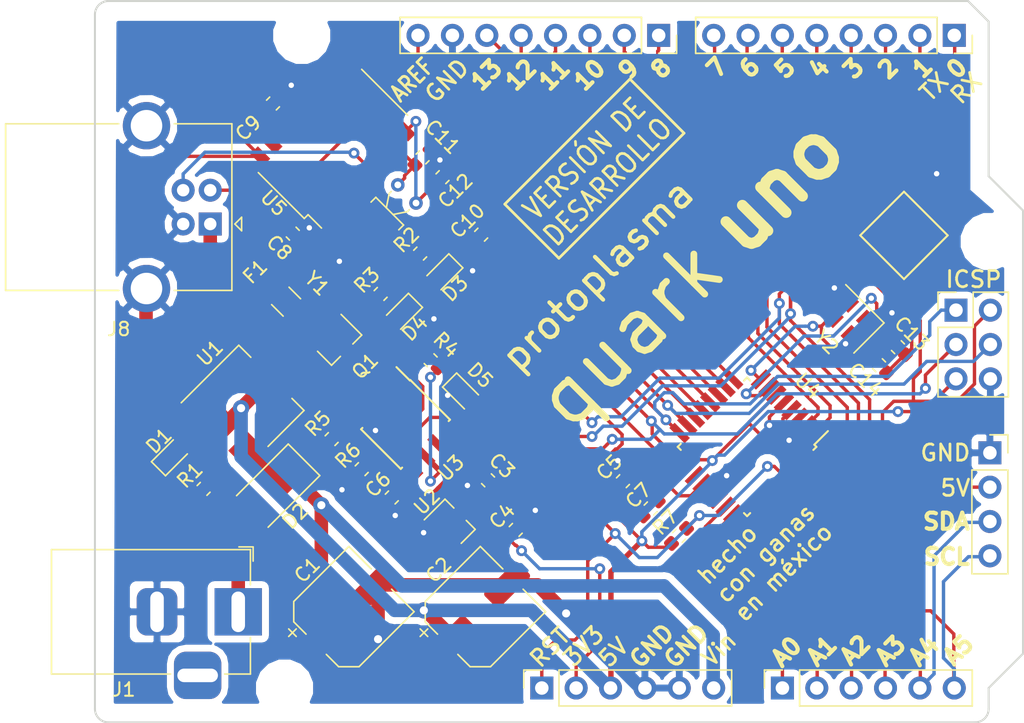
<source format=kicad_pcb>
(kicad_pcb (version 20171130) (host pcbnew "(5.0.2)-1")
  (layers (0 F.Cu signal) (31 B.Cu signal) (34 B.Paste user) (35 F.Paste user) (36 B.SilkS user) (37 F.SilkS user) (38 B.Mask user) (39 F.Mask user) (44 Edge.Cuts user))
  (net 0 "")
  (net 1 GND)
  (net 2 RAW)
  (net 3 5V)
  (net 4 3V3)
  (net 5 AREF)
  (net 6 "Net-(C8-Pad1)")
  (net 7 RST)
  (net 8 "Net-(C10-Pad2)")
  (net 9 "Net-(C11-Pad1)")
  (net 10 "Net-(C12-Pad1)")
  (net 11 /X1)
  (net 12 /X2)
  (net 13 "Net-(D1-Pad2)")
  (net 14 "Net-(D2-Pad2)")
  (net 15 "Net-(D3-Pad2)")
  (net 16 "Net-(D4-Pad2)")
  (net 17 "Net-(D5-Pad2)")
  (net 18 "Net-(F1-Pad1)")
  (net 19 "Net-(F1-Pad2)")
  (net 20 "Net-(J1-Pad3)")
  (net 21 /D12)
  (net 22 /D13)
  (net 23 /D11)
  (net 24 "Net-(J4-Pad2)")
  (net 25 "Net-(J4-Pad1)")
  (net 26 /D8)
  (net 27 /D9)
  (net 28 /D10)
  (net 29 /A4)
  (net 30 /A5)
  (net 31 /A0)
  (net 32 /A1)
  (net 33 /A2)
  (net 34 /A3)
  (net 35 "Net-(J8-Pad2)")
  (net 36 "Net-(J8-Pad3)")
  (net 37 /D7)
  (net 38 /D6)
  (net 39 /D5)
  (net 40 /D4)
  (net 41 /D3)
  (net 42 /D2)
  (net 43 /TX)
  (net 44 /RX)
  (net 45 "Net-(Q1-Pad1)")
  (net 46 "Net-(R4-Pad2)")
  (net 47 "Net-(R5-Pad1)")
  (net 48 "Net-(U5-Pad9)")
  (net 49 "Net-(U5-Pad10)")
  (net 50 "Net-(U5-Pad11)")
  (net 51 "Net-(U5-Pad12)")
  (net 52 "Net-(U5-Pad14)")
  (net 53 "Net-(U5-Pad15)")
  (module "" (layer F.Cu) (at 182.8911 87.8176)
    (fp_text reference @HOLE0 hide)
    (fp_text value "" (at 0 0) (layer F.SilkS) (effects (font (size 1.27 1.27))))
    (pad "" np_thru_hole circle (at 0 0) (size 3.2 3.2) (drill 3.2) (layers *.Cu *.Mask))
  )
  (module "" (layer F.Cu) (at 130.8211 120.8376)
    (fp_text reference @HOLE3 hide)
    (fp_text value "" (at 0 0) (layer F.SilkS) (effects (font (size 1.27 1.27))))
    (pad "" np_thru_hole circle (at 0 0) (size 3.2 3.2) (drill 3.2) (layers *.Cu *.Mask))
  )
  (module "" (layer F.Cu) (at 132.0911 72.5776)
    (fp_text reference @HOLE2 hide)
    (fp_text value "" (at 0 0) (layer F.SilkS) (effects (font (size 1.27 1.27))))
    (pad "" np_thru_hole circle (at 0 0) (size 3.2 3.2) (drill 3.2) (layers *.Cu *.Mask))
  )
  (module "" (layer F.Cu) (at 182.8911 115.7576)
    (fp_text reference @HOLE1 hide)
    (fp_text value "" (at 0 0) (layer F.SilkS) (effects (font (size 1.27 1.27))))
    (pad "" np_thru_hole circle (at 0 0) (size 3.2 3.2) (drill 3.2) (layers *.Cu *.Mask))
  )
  (module Package_SO:SOIC-8_3.9x4.9mm_P1.27mm (layer F.Cu) (at 139.7635 101.346 315)
    (fp_text reference U3 (at 4.669733 -0.089803 45) (layer F.SilkS))
    (fp_text value LM393)
    (pad 1 smd rect (at -2.7 -1.905 315) (size 1.55 0.6) (layers F.Cu F.Paste F.Mask) (net 45 "Net-(Q1-Pad1)"))
    (pad 2 smd rect (at -2.7 -0.635 315) (size 1.55 0.6) (layers F.Cu F.Paste F.Mask) (net 4 3V3))
    (pad 3 smd rect (at -2.7 0.635 315) (size 1.55 0.6) (layers F.Cu F.Paste F.Mask) (net 47 "Net-(R5-Pad1)"))
    (pad 4 smd rect (at -2.7 1.905 315) (size 1.55 0.6) (layers F.Cu F.Paste F.Mask) (net 1 GND))
    (pad 5 smd rect (at 2.7 1.905 315) (size 1.55 0.6) (layers F.Cu F.Paste F.Mask) (net 22 /D13))
    (pad 6 smd rect (at 2.7 0.635 315) (size 1.55 0.6) (layers F.Cu F.Paste F.Mask) (net 46 "Net-(R4-Pad2)"))
    (pad 7 smd rect (at 2.7 -0.635 315) (size 1.55 0.6) (layers F.Cu F.Paste F.Mask) (net 46 "Net-(R4-Pad2)"))
    (pad 8 smd rect (at 2.7 -1.905 315) (size 1.55 0.6) (layers F.Cu F.Paste F.Mask) (net 3 5V))
  )
  (module Package_SO:SOP-16_4.4x10.4mm_P1.27mm (layer F.Cu) (at 134.4 80.6 135)
    (fp_text reference U5 (at 0 -6.2 135) (layer F.SilkS))
    (fp_text value CH340G/C)
    (pad 1 smd rect (at -3.15 -4.45 135) (size 1.3 0.8) (layers F.Cu F.Paste F.Mask) (net 1 GND))
    (pad 2 smd rect (at -3.15 -3.17 135) (size 1.3 0.8) (layers F.Cu F.Paste F.Mask) (net 44 /RX))
    (pad 3 smd rect (at -3.149999 -1.91 135) (size 1.3 0.8) (layers F.Cu F.Paste F.Mask) (net 43 /TX))
    (pad 4 smd rect (at -3.15 -0.64 135) (size 1.3 0.8) (layers F.Cu F.Paste F.Mask) (net 6 "Net-(C8-Pad1)"))
    (pad 5 smd rect (at -3.15 0.64 135) (size 1.3 0.8) (layers F.Cu F.Paste F.Mask) (net 36 "Net-(J8-Pad3)"))
    (pad 6 smd rect (at -3.149999 1.91 135) (size 1.3 0.8) (layers F.Cu F.Paste F.Mask) (net 35 "Net-(J8-Pad2)"))
    (pad 7 smd rect (at -3.15 3.17 135) (size 1.3 0.8) (layers F.Cu F.Paste F.Mask) (net 9 "Net-(C11-Pad1)"))
    (pad 8 smd rect (at -3.15 4.45 135) (size 1.3 0.8) (layers F.Cu F.Paste F.Mask) (net 10 "Net-(C12-Pad1)"))
    (pad 9 smd rect (at 3.15 4.45 135) (size 1.3 0.8) (layers F.Cu F.Paste F.Mask) (net 48 "Net-(U5-Pad9)"))
    (pad 10 smd rect (at 3.15 3.17 135) (size 1.3 0.8) (layers F.Cu F.Paste F.Mask) (net 49 "Net-(U5-Pad10)"))
    (pad 11 smd rect (at 3.149999 1.91 135) (size 1.3 0.8) (layers F.Cu F.Paste F.Mask) (net 50 "Net-(U5-Pad11)"))
    (pad 12 smd rect (at 3.15 0.64 135) (size 1.3 0.8) (layers F.Cu F.Paste F.Mask) (net 51 "Net-(U5-Pad12)"))
    (pad 13 smd rect (at 3.15 -0.64 135) (size 1.3 0.8) (layers F.Cu F.Paste F.Mask) (net 8 "Net-(C10-Pad2)"))
    (pad 14 smd rect (at 3.149999 -1.91 135) (size 1.3 0.8) (layers F.Cu F.Paste F.Mask) (net 52 "Net-(U5-Pad14)"))
    (pad 15 smd rect (at 3.15 -3.17 135) (size 1.3 0.8) (layers F.Cu F.Paste F.Mask) (net 53 "Net-(U5-Pad15)"))
    (pad 16 smd rect (at 3.15 -4.45 135) (size 1.3 0.8) (layers F.Cu F.Paste F.Mask) (net 3 5V))
  )
  (module Capacitor_SMD:CP_Elec_6.3x5.4 (layer F.Cu) (at 135.5725 115.189 45)
    (fp_text reference C1 (at 0 -4.35 45) (layer F.SilkS))
    (fp_text value 100µ)
    (pad 2 smd roundrect (at 2.8 0 45) (size 3.5 1.6) (layers F.Cu F.Paste F.Mask) (roundrect_rratio 0.15625) (net 1 GND))
    (pad 1 smd roundrect (at -2.8 0 45) (size 3.5 1.6) (layers F.Cu F.Paste F.Mask) (roundrect_rratio 0.15625) (net 2 RAW))
  )
  (module Capacitor_SMD:CP_Elec_6.3x5.4 (layer F.Cu) (at 145.288 115.189 45)
    (fp_text reference C2 (at 0 -4.35 45) (layer F.SilkS))
    (fp_text value 100µ)
    (pad 1 smd roundrect (at -2.8 0 45) (size 3.5 1.6) (layers F.Cu F.Paste F.Mask) (roundrect_rratio 0.15625) (net 3 5V))
    (pad 2 smd roundrect (at 2.8 0 45) (size 3.5 1.6) (layers F.Cu F.Paste F.Mask) (roundrect_rratio 0.15625) (net 1 GND))
  )
  (module Capacitor_SMD:C_0603_1608Metric (layer F.Cu) (at 145.8595 105.4735 135)
    (fp_text reference C3 (at 0.044901 1.481742 135) (layer F.SilkS))
    (fp_text value 100n)
    (pad 2 smd roundrect (at 0.787501 0 135) (size 0.875 0.95) (layers F.Cu F.Paste F.Mask) (net 1 GND))
    (pad 1 smd roundrect (at -0.787501 0 135) (size 0.875 0.95) (layers F.Cu F.Paste F.Mask) (net 3 5V))
  )
  (module Capacitor_SMD:C_0603_1608Metric (layer F.Cu) (at 147.906153 109.141847 45)
    (fp_text reference C4 (at 0 -1.43 45) (layer F.SilkS))
    (fp_text value 100n)
    (pad 2 smd roundrect (at 0.787501 0 45) (size 0.875 0.95) (layers F.Cu F.Paste F.Mask) (net 1 GND))
    (pad 1 smd roundrect (at -0.787501 0 45) (size 0.875 0.95) (layers F.Cu F.Paste F.Mask) (net 4 3V3))
  )
  (module Capacitor_SMD:C_0603_1608Metric (layer F.Cu) (at 155.829 105.537 225)
    (fp_text reference C5 (at 0 1.436841 225) (layer F.SilkS))
    (fp_text value 100n)
    (pad 1 smd roundrect (at -0.787501 0 225) (size 0.875 0.95) (layers F.Cu F.Paste F.Mask) (net 1 GND))
    (pad 2 smd roundrect (at 0.787501 0 225) (size 0.875 0.95) (layers F.Cu F.Paste F.Mask) (net 3 5V))
  )
  (module Capacitor_SMD:C_0603_1608Metric (layer F.Cu) (at 138.7475 106.7435 225)
    (fp_text reference C6 (at 0.044901 1.39194 225) (layer F.SilkS))
    (fp_text value 100nF)
    (pad 1 smd roundrect (at -0.787501 0 225) (size 0.875 0.95) (layers F.Cu F.Paste F.Mask) (net 3 5V))
    (pad 2 smd roundrect (at 0.787501 0 225) (size 0.875 0.95) (layers F.Cu F.Paste F.Mask) (net 1 GND))
  )
  (module Capacitor_SMD:C_0603_1608Metric (layer F.Cu) (at 157.875653 107.554347 225)
    (fp_text reference C7 (at -0.024179 1.302137 225) (layer F.SilkS))
    (fp_text value 100n)
    (pad 1 smd roundrect (at -0.787501 0 225) (size 0.875 0.95) (layers F.Cu F.Paste F.Mask) (net 5 AREF))
    (pad 2 smd roundrect (at 0.787501 0 225) (size 0.875 0.95) (layers F.Cu F.Paste F.Mask) (net 1 GND))
  )
  (module Capacitor_SMD:C_0603_1608Metric (layer F.Cu) (at 131.430347 87.234347 315)
    (fp_text reference C8 (at 0.020722 1.436841 315) (layer F.SilkS))
    (fp_text value 100n)
    (pad 2 smd roundrect (at 0.787501 0 315) (size 0.875 0.95) (layers F.Cu F.Paste F.Mask) (net 1 GND))
    (pad 1 smd roundrect (at -0.787501 0 315) (size 0.875 0.95) (layers F.Cu F.Paste F.Mask) (net 6 "Net-(C8-Pad1)"))
  )
  (module Capacitor_SMD:C_0603_1608Metric (layer F.Cu) (at 129.969847 77.611653 225)
    (fp_text reference C9 (at 2.583552 0 225) (layer F.SilkS))
    (fp_text value 100n)
    (pad 2 smd roundrect (at 0.787501 0 225) (size 0.875 0.95) (layers F.Cu F.Paste F.Mask) (net 3 5V))
    (pad 1 smd roundrect (at -0.787501 0 225) (size 0.875 0.95) (layers F.Cu F.Paste F.Mask) (net 1 GND))
  )
  (module Capacitor_SMD:C_0603_1608Metric (layer F.Cu) (at 145.3515 87.3125 45)
    (fp_text reference C10 (at 0 -1.43 45) (layer F.SilkS))
    (fp_text value 100n)
    (pad 1 smd roundrect (at -0.787501 0 45) (size 0.875 0.95) (layers F.Cu F.Paste F.Mask) (net 7 RST))
    (pad 2 smd roundrect (at 0.787501 0 45) (size 0.875 0.95) (layers F.Cu F.Paste F.Mask) (net 8 "Net-(C10-Pad2)"))
  )
  (module Capacitor_SMD:C_0603_1608Metric (layer F.Cu) (at 141.018847 81.5975 45)
    (fp_text reference C11 (at 2.120721 -0.03454 135) (layer F.SilkS))
    (fp_text value 15p)
    (pad 1 smd roundrect (at -0.787501 0 45) (size 0.875 0.95) (layers F.Cu F.Paste F.Mask) (net 9 "Net-(C11-Pad1)"))
    (pad 2 smd roundrect (at 0.787501 0 45) (size 0.875 0.95) (layers F.Cu F.Paste F.Mask) (net 1 GND))
  )
  (module Capacitor_SMD:C_0603_1608Metric (layer F.Cu) (at 142.494 83.058 45)
    (fp_text reference C12 (at -0.044901 1.39194 45) (layer F.SilkS))
    (fp_text value 15p)
    (pad 1 smd roundrect (at -0.787501 0 45) (size 0.875 0.95) (layers F.Cu F.Paste F.Mask) (net 10 "Net-(C12-Pad1)"))
    (pad 2 smd roundrect (at 0.787501 0 45) (size 0.875 0.95) (layers F.Cu F.Paste F.Mask) (net 1 GND))
  )
  (module Capacitor_SMD:C_0603_1608Metric (layer F.Cu) (at 176.149 95.631 315)
    (fp_text reference C13 (at 0 -1.43 315) (layer F.SilkS))
    (fp_text value 15p)
    (pad 2 smd roundrect (at 0.787501 0 315) (size 0.875 0.95) (layers F.Cu F.Paste F.Mask) (net 1 GND))
    (pad 1 smd roundrect (at -0.787501 0 315) (size 0.875 0.95) (layers F.Cu F.Paste F.Mask) (net 11 /X1))
  )
  (module Capacitor_SMD:C_0603_1608Metric (layer F.Cu) (at 174.752 96.9645 315)
    (fp_text reference C14 (at 0.044901 1.481742 315) (layer F.SilkS))
    (fp_text value 15p)
    (pad 2 smd roundrect (at 0.787501 0 315) (size 0.875 0.95) (layers F.Cu F.Paste F.Mask) (net 1 GND))
    (pad 1 smd roundrect (at -0.787501 0 315) (size 0.875 0.95) (layers F.Cu F.Paste F.Mask) (net 12 /X2))
  )
  (module LED_SMD:LED_0603_1608Metric (layer F.Cu) (at 122.555 103.5685 45)
    (fp_text reference D1 (at 0 -1.43 45) (layer F.SilkS))
    (fp_text value Verde)
    (pad 2 smd roundrect (at 0.787501 0 45) (size 0.875 0.95) (layers F.Cu F.Paste F.Mask) (net 13 "Net-(D1-Pad2)"))
    (pad 1 smd roundrect (at -0.787501 0 45) (size 0.875 0.95) (layers F.Cu F.Paste F.Mask) (net 1 GND))
  )
  (module Diode_SMD:D_SMA (layer F.Cu) (at 129.8575 106.3625 225)
    (fp_text reference D2 (at 0 -2.5 225) (layer F.SilkS))
    (fp_text value D_Schottky)
    (pad 1 smd rect (at -2.000001 0 225) (size 2.5 1.8) (layers F.Cu F.Paste F.Mask) (net 2 RAW))
    (pad 2 smd rect (at 2.000001 0 225) (size 2.5 1.8) (layers F.Cu F.Paste F.Mask) (net 14 "Net-(D2-Pad2)"))
  )
  (module LED_SMD:LED_0603_1608Metric (layer F.Cu) (at 142.4305 90.297 225)
    (fp_text reference D3 (at 0 -1.43 225) (layer F.SilkS))
    (fp_text value Rojo)
    (pad 1 smd roundrect (at -0.787501 0 225) (size 0.875 0.95) (layers F.Cu F.Paste F.Mask) (net 1 GND))
    (pad 2 smd roundrect (at 0.787501 0 225) (size 0.875 0.95) (layers F.Cu F.Paste F.Mask) (net 15 "Net-(D3-Pad2)"))
  )
  (module LED_SMD:LED_0603_1608Metric (layer F.Cu) (at 139.446 93.218 225)
    (fp_text reference D4 (at 0 -1.43 225) (layer F.SilkS))
    (fp_text value Rojo)
    (pad 2 smd roundrect (at 0.787501 0 225) (size 0.875 0.95) (layers F.Cu F.Paste F.Mask) (net 16 "Net-(D4-Pad2)"))
    (pad 1 smd roundrect (at -0.787501 0 225) (size 0.875 0.95) (layers F.Cu F.Paste F.Mask) (net 1 GND))
  )
  (module LED_SMD:LED_0603_1608Metric (layer F.Cu) (at 144.066847 99.108847 315)
    (fp_text reference D5 (at -0.134704 -1.840953 135) (layer F.SilkS))
    (fp_text value Azul)
    (pad 1 smd roundrect (at -0.787501 0 315) (size 0.875 0.95) (layers F.Cu F.Paste F.Mask) (net 1 GND))
    (pad 2 smd roundrect (at 0.787501 0 315) (size 0.875 0.95) (layers F.Cu F.Paste F.Mask) (net 17 "Net-(D5-Pad2)"))
  )
  (module Fuse:Fuse_1206_3216Metric (layer F.Cu) (at 130.937 92.2655 135)
    (fp_text reference F1 (at 3.187991 -0.044901 225) (layer F.SilkS))
    (fp_text value Polyfuse)
    (pad 1 smd roundrect (at -1.399999 0 135) (size 1.25 1.75) (layers F.Cu F.Paste F.Mask) (roundrect_rratio 0.2) (net 18 "Net-(F1-Pad1)"))
    (pad 2 smd roundrect (at 1.399999 0 135) (size 1.25 1.75) (layers F.Cu F.Paste F.Mask) (roundrect_rratio 0.2) (net 19 "Net-(F1-Pad2)"))
  )
  (module Connector_BarrelJack:BarrelJack_Horizontal (layer F.Cu) (at 127.4 115.2)
    (fp_text reference J1 (at -8.45 5.75) (layer F.SilkS))
    (fp_text value DC_IN)
    (pad 3 thru_hole roundrect (at -3 4.7) (size 3.5 3.5) (drill oval 3 1) (layers *.Cu *.Mask) (net 20 "Net-(J1-Pad3)"))
    (pad 2 thru_hole roundrect (at -6 0) (size 3 3.5) (drill oval 1 3) (layers *.Cu *.Mask) (net 1 GND))
    (pad 1 thru_hole rect (at 0 0) (size 3.5 3.5) (drill oval 1 3) (layers *.Cu *.Mask) (net 14 "Net-(D2-Pad2)"))
  )
  (module Connector_PinHeader_2.54mm:PinHeader_2x03_P2.54mm_Vertical (layer F.Cu) (at 180.4381 92.8936)
    (fp_text reference J2 hide)
    (fp_text value ICSP)
    (pad 1 thru_hole rect (at 0 0) (size 1.7 1.7) (drill 1) (layers *.Cu *.Mask) (net 21 /D12))
    (pad 2 thru_hole oval (at 2.54 0) (size 1.7 1.7) (drill 1) (layers *.Cu *.Mask) (net 3 5V))
    (pad 3 thru_hole oval (at 0 2.54) (size 1.7 1.7) (drill 1) (layers *.Cu *.Mask) (net 22 /D13))
    (pad 4 thru_hole oval (at 2.54 2.54) (size 1.7 1.7) (drill 1) (layers *.Cu *.Mask) (net 23 /D11))
    (pad 5 thru_hole oval (at 0 5.08) (size 1.7 1.7) (drill 1) (layers *.Cu *.Mask) (net 7 RST))
    (pad 6 thru_hole oval (at 2.54 5.08) (size 1.7 1.7) (drill 1) (layers *.Cu *.Mask) (net 1 GND))
  )
  (module Connector_PinSocket_2.54mm:PinSocket_1x06_P2.54mm_Vertical (layer F.Cu) (at 149.8311 120.8336 90)
    (fp_text reference J3 hide)
    (fp_text value Power)
    (pad 6 thru_hole oval (at 0 12.7 90) (size 1.7 1.7) (drill 1) (layers *.Cu *.Mask) (net 2 RAW))
    (pad 5 thru_hole oval (at 0 10.16 90) (size 1.7 1.7) (drill 1) (layers *.Cu *.Mask) (net 1 GND))
    (pad 4 thru_hole oval (at 0 7.62 90) (size 1.7 1.7) (drill 1) (layers *.Cu *.Mask) (net 1 GND))
    (pad 3 thru_hole oval (at 0 5.08 90) (size 1.7 1.7) (drill 1) (layers *.Cu *.Mask) (net 3 5V))
    (pad 2 thru_hole oval (at 0 2.54 90) (size 1.7 1.7) (drill 1) (layers *.Cu *.Mask) (net 4 3V3))
    (pad 1 thru_hole rect (at 0 0 90) (size 1.7 1.7) (drill 1) (layers *.Cu *.Mask) (net 7 RST))
  )
  (module Connector_PinSocket_2.54mm:PinSocket_1x08_P2.54mm_Vertical (layer F.Cu) (at 158.4671 72.5736 270)
    (fp_text reference J5 hide)
    (fp_text value D8-13)
    (pad 1 thru_hole rect (at 0 0 270) (size 1.7 1.7) (drill 1) (layers *.Cu *.Mask) (net 26 /D8))
    (pad 2 thru_hole oval (at 0 2.54 270) (size 1.7 1.7) (drill 1) (layers *.Cu *.Mask) (net 27 /D9))
    (pad 3 thru_hole oval (at 0 5.08 270) (size 1.7 1.7) (drill 1) (layers *.Cu *.Mask) (net 28 /D10))
    (pad 4 thru_hole oval (at 0 7.62 270) (size 1.7 1.7) (drill 1) (layers *.Cu *.Mask) (net 23 /D11))
    (pad 5 thru_hole oval (at 0 10.16 270) (size 1.7 1.7) (drill 1) (layers *.Cu *.Mask) (net 21 /D12))
    (pad 6 thru_hole oval (at 0 12.7 270) (size 1.7 1.7) (drill 1) (layers *.Cu *.Mask) (net 22 /D13))
    (pad 7 thru_hole oval (at 0 15.24 270) (size 1.7 1.7) (drill 1) (layers *.Cu *.Mask) (net 1 GND))
    (pad 8 thru_hole oval (at 0 17.78 270) (size 1.7 1.7) (drill 1) (layers *.Cu *.Mask) (net 5 AREF))
  )
  (module Connector_PinSocket_2.54mm:PinSocket_1x04_P2.54mm_Vertical (layer F.Cu) (at 182.9435 103.4415)
    (fp_text reference J6 hide)
    (fp_text value I2C)
    (pad 1 thru_hole rect (at 0 0) (size 1.7 1.7) (drill 1) (layers *.Cu *.Mask) (net 1 GND))
    (pad 2 thru_hole oval (at 0 2.54) (size 1.7 1.7) (drill 1) (layers *.Cu *.Mask) (net 3 5V))
    (pad 3 thru_hole oval (at 0 5.08) (size 1.7 1.7) (drill 1) (layers *.Cu *.Mask) (net 29 /A4))
    (pad 4 thru_hole oval (at 0 7.62) (size 1.7 1.7) (drill 1) (layers *.Cu *.Mask) (net 30 /A5))
  )
  (module Connector_PinSocket_2.54mm:PinSocket_1x06_P2.54mm_Vertical (layer F.Cu) (at 167.6111 120.8336 90)
    (fp_text reference J7 hide)
    (fp_text value A0-5)
    (pad 1 thru_hole rect (at 0 0 90) (size 1.7 1.7) (drill 1) (layers *.Cu *.Mask) (net 31 /A0))
    (pad 2 thru_hole oval (at 0 2.54 90) (size 1.7 1.7) (drill 1) (layers *.Cu *.Mask) (net 32 /A1))
    (pad 3 thru_hole oval (at 0 5.08 90) (size 1.7 1.7) (drill 1) (layers *.Cu *.Mask) (net 33 /A2))
    (pad 4 thru_hole oval (at 0 7.62 90) (size 1.7 1.7) (drill 1) (layers *.Cu *.Mask) (net 34 /A3))
    (pad 5 thru_hole oval (at 0 10.16 90) (size 1.7 1.7) (drill 1) (layers *.Cu *.Mask) (net 29 /A4))
    (pad 6 thru_hole oval (at 0 12.7 90) (size 1.7 1.7) (drill 1) (layers *.Cu *.Mask) (net 30 /A5))
  )
  (module Connector_USB:USB_B_OST_USB-B1HSxx_Horizontal (layer F.Cu) (at 125.3311 86.5236 180)
    (fp_text reference J8 (at 6.76 -7.77 180) (layer F.SilkS))
    (fp_text value USB)
    (pad 1 thru_hole rect (at 0 0 180) (size 1.7 1.7) (drill 0.92) (layers *.Cu *.Mask) (net 19 "Net-(F1-Pad2)"))
    (pad 2 thru_hole circle (at 0 2.5 180) (size 1.7 1.7) (drill 0.92) (layers *.Cu *.Mask) (net 35 "Net-(J8-Pad2)"))
    (pad 3 thru_hole circle (at 2 2.5 180) (size 1.7 1.7) (drill 0.92) (layers *.Cu *.Mask) (net 36 "Net-(J8-Pad3)"))
    (pad 4 thru_hole circle (at 2 0 180) (size 1.7 1.7) (drill 0.92) (layers *.Cu *.Mask) (net 1 GND))
    (pad 5 thru_hole circle (at 4.71 -4.77 180) (size 3.5 3.5) (drill 2.33) (layers *.Cu *.Mask) (net 1 GND))
    (pad 5 thru_hole circle (at 4.71 7.27 180) (size 3.5 3.5) (drill 2.33) (layers *.Cu *.Mask) (net 1 GND))
  )
  (module Connector_PinSocket_2.54mm:PinSocket_1x08_P2.54mm_Vertical (layer F.Cu) (at 180.3111 72.5736 270)
    (fp_text reference J9 hide)
    (fp_text value D0-7)
    (pad 8 thru_hole oval (at 0 17.78 270) (size 1.7 1.7) (drill 1) (layers *.Cu *.Mask) (net 37 /D7))
    (pad 7 thru_hole oval (at 0 15.24 270) (size 1.7 1.7) (drill 1) (layers *.Cu *.Mask) (net 38 /D6))
    (pad 6 thru_hole oval (at 0 12.7 270) (size 1.7 1.7) (drill 1) (layers *.Cu *.Mask) (net 39 /D5))
    (pad 5 thru_hole oval (at 0 10.16 270) (size 1.7 1.7) (drill 1) (layers *.Cu *.Mask) (net 40 /D4))
    (pad 4 thru_hole oval (at 0 7.62 270) (size 1.7 1.7) (drill 1) (layers *.Cu *.Mask) (net 41 /D3))
    (pad 3 thru_hole oval (at 0 5.08 270) (size 1.7 1.7) (drill 1) (layers *.Cu *.Mask) (net 42 /D2))
    (pad 2 thru_hole oval (at 0 2.54 270) (size 1.7 1.7) (drill 1) (layers *.Cu *.Mask) (net 43 /TX))
    (pad 1 thru_hole rect (at 0 0 270) (size 1.7 1.7) (drill 1) (layers *.Cu *.Mask) (net 44 /RX))
  )
  (module Package_TO_SOT_SMD:SOT-23 (layer F.Cu) (at 134.874 95.3135 315)
    (fp_text reference Q1 (at 2.559373 -0.134704 45) (layer F.SilkS))
    (fp_text value KIA3401)
    (pad 1 smd rect (at -1 -0.95 315) (size 0.9 0.8) (layers F.Cu F.Paste F.Mask) (net 45 "Net-(Q1-Pad1)"))
    (pad 2 smd rect (at -1 0.95 315) (size 0.9 0.8) (layers F.Cu F.Paste F.Mask) (net 18 "Net-(F1-Pad1)"))
    (pad 3 smd rect (at 1 0 315) (size 0.9 0.8) (layers F.Cu F.Paste F.Mask) (net 3 5V))
  )
  (module Resistor_SMD:R_0603_1608Metric (layer F.Cu) (at 124.841 106.1085 45)
    (fp_text reference R1 (at 0 -1.43 45) (layer F.SilkS))
    (fp_text value 1k)
    (pad 2 smd roundrect (at 0.787501 0 45) (size 0.875 0.95) (layers F.Cu F.Paste F.Mask) (net 3 5V))
    (pad 1 smd roundrect (at -0.787501 0 45) (size 0.875 0.95) (layers F.Cu F.Paste F.Mask) (net 13 "Net-(D1-Pad2)"))
  )
  (module Resistor_SMD:R_0603_1608Metric (layer F.Cu) (at 140.843 88.7095 45)
    (fp_text reference R2 (at 0 -1.43 45) (layer F.SilkS))
    (fp_text value 1k)
    (pad 2 smd roundrect (at 0.787501 0 45) (size 0.875 0.95) (layers F.Cu F.Paste F.Mask) (net 43 /TX))
    (pad 1 smd roundrect (at -0.787501 0 45) (size 0.875 0.95) (layers F.Cu F.Paste F.Mask) (net 15 "Net-(D3-Pad2)"))
  )
  (module Resistor_SMD:R_0603_1608Metric (layer F.Cu) (at 137.922 91.694 45)
    (fp_text reference R3 (at 0 -1.43 45) (layer F.SilkS))
    (fp_text value 1k)
    (pad 1 smd roundrect (at -0.787501 0 45) (size 0.875 0.95) (layers F.Cu F.Paste F.Mask) (net 16 "Net-(D4-Pad2)"))
    (pad 2 smd roundrect (at 0.787501 0 45) (size 0.875 0.95) (layers F.Cu F.Paste F.Mask) (net 44 /RX))
  )
  (module Resistor_SMD:R_0603_1608Metric (layer F.Cu) (at 141.619653 96.598153 315)
    (fp_text reference R4 (at 0 -1.616446 135) (layer F.SilkS))
    (fp_text value 1k)
    (pad 1 smd roundrect (at -0.787501 0 315) (size 0.875 0.95) (layers F.Cu F.Paste F.Mask) (net 17 "Net-(D5-Pad2)"))
    (pad 2 smd roundrect (at 0.787501 0 315) (size 0.875 0.95) (layers F.Cu F.Paste F.Mask) (net 46 "Net-(R4-Pad2)"))
  )
  (module Resistor_SMD:R_0603_1608Metric (layer F.Cu) (at 134.3025 102.4255 225)
    (fp_text reference R5 (at -0.089803 1.526644 225) (layer F.SilkS))
    (fp_text value 10k)
    (pad 2 smd roundrect (at 0.787501 0 225) (size 0.875 0.95) (layers F.Cu F.Paste F.Mask) (net 2 RAW))
    (pad 1 smd roundrect (at -0.787501 0 225) (size 0.875 0.95) (layers F.Cu F.Paste F.Mask) (net 47 "Net-(R5-Pad1)"))
  )
  (module Resistor_SMD:R_0603_1608Metric (layer F.Cu) (at 136.525 104.648 45)
    (fp_text reference R6 (at 0 -1.43 45) (layer F.SilkS))
    (fp_text value 10k)
    (pad 1 smd roundrect (at -0.787501 0 45) (size 0.875 0.95) (layers F.Cu F.Paste F.Mask) (net 1 GND))
    (pad 2 smd roundrect (at 0.787501 0 45) (size 0.875 0.95) (layers F.Cu F.Paste F.Mask) (net 47 "Net-(R5-Pad1)"))
  )
  (module Resistor_SMD:R_0603_1608Metric (layer F.Cu) (at 159.971153 109.586347 45)
    (fp_text reference R7 (at 0 -1.43 45) (layer F.SilkS))
    (fp_text value 10k)
    (pad 1 smd roundrect (at -0.787501 0 45) (size 0.875 0.95) (layers F.Cu F.Paste F.Mask) (net 3 5V))
    (pad 2 smd roundrect (at 0.787501 0 45) (size 0.875 0.95) (layers F.Cu F.Paste F.Mask) (net 7 RST))
  )
  (module protoplasma:Switch_SMD_4545 (layer F.Cu) (at 176.5935 87.3125 225)
    (fp_text reference SW1 hide)
    (fp_text value SW_Push)
    (pad 2 smd rect (at -3.5 1.5 225) (size 1.4 1.4) (layers F.Cu F.Paste F.Mask) (net 1 GND))
    (pad ~ smd rect (at 3.5 1.5 225) (size 1.4 1.4) (layers F.Cu F.Paste F.Mask))
    (pad 1 smd rect (at 3.5 -1.5 225) (size 1.4 1.4) (layers F.Cu F.Paste F.Mask) (net 7 RST))
    (pad ~ smd rect (at -3.5 -1.5 225) (size 1.4 1.4) (layers F.Cu F.Paste F.Mask))
  )
  (module Package_TO_SOT_SMD:SOT-223-3_TabPin2 (layer F.Cu) (at 128.5 99.25 45)
    (fp_text reference U1 (at 0 -4.5 45) (layer F.SilkS))
    (fp_text value TLV1117-50)
    (pad 2 smd rect (at 3.149999 0 45) (size 2 3.8) (layers F.Cu F.Paste F.Mask) (net 3 5V))
    (pad 2 smd rect (at -3.149999 0 45) (size 2 1.5) (layers F.Cu F.Paste F.Mask) (net 3 5V))
    (pad 3 smd rect (at -3.15 2.3 45) (size 2 1.5) (layers F.Cu F.Paste F.Mask) (net 2 RAW))
    (pad 1 smd rect (at -3.15 -2.3 45) (size 2 1.5) (layers F.Cu F.Paste F.Mask) (net 1 GND))
  )
  (module Package_TO_SOT_SMD:SOT-23 (layer F.Cu) (at 143.256 108.5215 45)
    (fp_text reference U2 (at -0.314309 -2.379768 225) (layer F.SilkS))
    (fp_text value APE8865N-33-HF-3)
    (pad 3 smd rect (at 1 0 45) (size 0.9 0.8) (layers F.Cu F.Paste F.Mask) (net 3 5V))
    (pad 2 smd rect (at -1 0.95 45) (size 0.9 0.8) (layers F.Cu F.Paste F.Mask) (net 4 3V3))
    (pad 1 smd rect (at -1 -0.95 45) (size 0.9 0.8) (layers F.Cu F.Paste F.Mask) (net 1 GND))
  )
  (module Package_QFP:TQFP-32_7x7mm_P0.8mm (layer F.Cu) (at 165 103 225)
    (fp_text reference U4 (at -6.363961 0 315) (layer F.SilkS))
    (fp_text value ATmega328-AU)
    (pad 1 smd rect (at -4.25 -2.8 225) (size 1.6 0.55) (layers F.Cu F.Paste F.Mask) (net 41 /D3))
    (pad 2 smd rect (at -4.25 -2 225) (size 1.6 0.55) (layers F.Cu F.Paste F.Mask) (net 40 /D4))
    (pad 3 smd rect (at -4.25 -1.2 225) (size 1.6 0.55) (layers F.Cu F.Paste F.Mask) (net 1 GND))
    (pad 4 smd rect (at -4.25 -0.4 225) (size 1.6 0.55) (layers F.Cu F.Paste F.Mask) (net 3 5V))
    (pad 5 smd rect (at -4.25 0.4 225) (size 1.6 0.55) (layers F.Cu F.Paste F.Mask) (net 1 GND))
    (pad 6 smd rect (at -4.25 1.2 225) (size 1.6 0.55) (layers F.Cu F.Paste F.Mask) (net 3 5V))
    (pad 7 smd rect (at -4.25 2 225) (size 1.6 0.55) (layers F.Cu F.Paste F.Mask) (net 11 /X1))
    (pad 8 smd rect (at -4.25 2.8 225) (size 1.6 0.55) (layers F.Cu F.Paste F.Mask) (net 12 /X2))
    (pad 9 smd rect (at -2.8 4.25 315) (size 1.6 0.55) (layers F.Cu F.Paste F.Mask) (net 39 /D5))
    (pad 10 smd rect (at -2 4.25 315) (size 1.6 0.55) (layers F.Cu F.Paste F.Mask) (net 38 /D6))
    (pad 11 smd rect (at -1.2 4.25 315) (size 1.6 0.55) (layers F.Cu F.Paste F.Mask) (net 37 /D7))
    (pad 12 smd rect (at -0.4 4.25 315) (size 1.6 0.55) (layers F.Cu F.Paste F.Mask) (net 26 /D8))
    (pad 13 smd rect (at 0.4 4.25 315) (size 1.6 0.55) (layers F.Cu F.Paste F.Mask) (net 27 /D9))
    (pad 14 smd rect (at 1.2 4.25 315) (size 1.6 0.55) (layers F.Cu F.Paste F.Mask) (net 28 /D10))
    (pad 15 smd rect (at 2 4.25 315) (size 1.6 0.55) (layers F.Cu F.Paste F.Mask) (net 23 /D11))
    (pad 16 smd rect (at 2.8 4.25 315) (size 1.6 0.55) (layers F.Cu F.Paste F.Mask) (net 21 /D12))
    (pad 17 smd rect (at 4.25 2.8 225) (size 1.6 0.55) (layers F.Cu F.Paste F.Mask) (net 22 /D13))
    (pad 18 smd rect (at 4.25 2 225) (size 1.6 0.55) (layers F.Cu F.Paste F.Mask) (net 3 5V))
    (pad 19 smd rect (at 4.25 1.2 225) (size 1.6 0.55) (layers F.Cu F.Paste F.Mask) (net 25 "Net-(J4-Pad1)"))
    (pad 20 smd rect (at 4.25 0.4 225) (size 1.6 0.55) (layers F.Cu F.Paste F.Mask) (net 5 AREF))
    (pad 21 smd rect (at 4.25 -0.4 225) (size 1.6 0.55) (layers F.Cu F.Paste F.Mask) (net 1 GND))
    (pad 22 smd rect (at 4.25 -1.2 225) (size 1.6 0.55) (layers F.Cu F.Paste F.Mask) (net 24 "Net-(J4-Pad2)"))
    (pad 23 smd rect (at 4.25 -2 225) (size 1.6 0.55) (layers F.Cu F.Paste F.Mask) (net 31 /A0))
    (pad 24 smd rect (at 4.25 -2.8 225) (size 1.6 0.55) (layers F.Cu F.Paste F.Mask) (net 32 /A1))
    (pad 25 smd rect (at 2.8 -4.25 315) (size 1.6 0.55) (layers F.Cu F.Paste F.Mask) (net 33 /A2))
    (pad 26 smd rect (at 2 -4.25 315) (size 1.6 0.55) (layers F.Cu F.Paste F.Mask) (net 34 /A3))
    (pad 27 smd rect (at 1.2 -4.25 315) (size 1.6 0.55) (layers F.Cu F.Paste F.Mask) (net 29 /A4))
    (pad 28 smd rect (at 0.4 -4.25 315) (size 1.6 0.55) (layers F.Cu F.Paste F.Mask) (net 30 /A5))
    (pad 29 smd rect (at -0.4 -4.25 315) (size 1.6 0.55) (layers F.Cu F.Paste F.Mask) (net 7 RST))
    (pad 30 smd rect (at -1.2 -4.25 315) (size 1.6 0.55) (layers F.Cu F.Paste F.Mask) (net 44 /RX))
    (pad 31 smd rect (at -2 -4.25 315) (size 1.6 0.55) (layers F.Cu F.Paste F.Mask) (net 43 /TX))
    (pad 32 smd rect (at -2.8 -4.25 315) (size 1.6 0.55) (layers F.Cu F.Paste F.Mask) (net 42 /D2))
  )
  (module protoplasma:Crystal_DS26_D2.0mm_L6.0mm_Horizontal_Grounded (layer F.Cu) (at 139.192 83.6295 315)
    (fp_text reference Y1 (at 0.942927 9.384368 135) (layer F.SilkS))
    (fp_text value Crystal_GND3)
    (pad 1 thru_hole circle (at 0 0 315) (size 1 1) (drill 0.5) (layers *.Cu *.Mask) (net 9 "Net-(C11-Pad1)"))
    (pad 2 thru_hole circle (at 1.9 0 315) (size 1 1) (drill 0.5) (layers *.Cu *.Mask) (net 10 "Net-(C12-Pad1)"))
    (pad 3 smd oval (at 0.95 8 315) (size 2.5 1) (layers F.Cu F.Paste F.Mask) (net 1 GND))
  )
  (module Crystal:Crystal_SMD_SeikoEpson_TSX3225-4Pin_3.2x2.5mm (layer F.Cu) (at 172.593 93.5355 135)
    (fp_text reference Y2 (at 0 -2.45 135) (layer F.SilkS))
    (fp_text value 16MHz)
    (pad 1 smd rect (at -1.1 0.8 135) (size 1.4 1.15) (layers F.Cu F.Paste F.Mask) (net 11 /X1))
    (pad 2 smd rect (at 1.1 0.8 135) (size 1.4 1.15) (layers F.Cu F.Paste F.Mask) (net 1 GND))
    (pad 3 smd rect (at 1.1 -0.8 135) (size 1.4 1.15) (layers F.Cu F.Paste F.Mask) (net 12 /X2))
    (pad 4 smd rect (at -1.1 -0.8 135) (size 1.4 1.15) (layers F.Cu F.Paste F.Mask) (net 1 GND))
  )
  (gr_text Vin (at 161.8904 119.0059 45) (layer F.SilkS) (effects (font (size 1.2 1.2) (thickness 0.2)) (justify left)))
  (gr_text GND (at 159.0964 119.1329 45) (layer F.SilkS) (effects (font (size 1.2 1.2) (thickness 0.25)) (justify left)))
  (gr_text GND (at 156.5564 119.1329 45) (layer F.SilkS) (effects (font (size 1.2 1.2) (thickness 0.25)) (justify left)))
  (gr_text 5V (at 154.2704 119.0694 45) (layer F.SilkS) (effects (font (size 1.2 1.2) (thickness 0.2)) (justify left)))
  (gr_text 3V3 (at 151.6669 119.0059 45) (layer F.SilkS) (effects (font (size 1.2 1.2) (thickness 0.2)) (justify left)))
  (gr_text RST (at 149.1904 119.0694 45) (layer F.SilkS) (effects (font (size 1.2 1.2) (thickness 0.2)) (justify left)))
  (gr_text RX (at 182.118 75.565 45) (layer F.SilkS) (effects (font (size 1.2 1.2) (thickness 0.2)) (justify right)))
  (gr_text TX (at 179.6415 75.565 45) (layer F.SilkS) (effects (font (size 1.2 1.2) (thickness 0.2)) (justify right)))
  (gr_text ICSP (at 181.737 90.6145) (layer F.SilkS) (effects (font (size 1.2 1.2) (thickness 0.2))))
  (gr_text GND (at 181.61 103.4415) (layer F.SilkS) (effects (font (size 1.2 1.2) (thickness 0.2)) (justify right)))
  (gr_text 5V (at 181.61 106.045) (layer F.SilkS) (effects (font (size 1.2 1.2) (thickness 0.2)) (justify right)))
  (gr_text SCL (at 181.61 111.125) (layer F.SilkS) (effects (font (size 1.2 1.2) (thickness 0.3)) (justify right)))
  (gr_text SDA (at 181.61 108.5215) (layer F.SilkS) (effects (font (size 1.2 1.2) (thickness 0.3)) (justify right)))
  (gr_text A0 (at 167.005 119.0625 45) (layer F.SilkS) (effects (font (size 1.2 1.2) (thickness 0.3)) (justify left)))
  (gr_text A1 (at 169.6085 118.999 45) (layer F.SilkS) (effects (font (size 1.2 1.2) (thickness 0.3)) (justify left)))
  (gr_text A2 (at 172.085 118.9355 45) (layer F.SilkS) (effects (font (size 1.2 1.2) (thickness 0.3)) (justify left)))
  (gr_text A3 (at 174.6885 118.999 45) (layer F.SilkS) (effects (font (size 1.2 1.2) (thickness 0.3)) (justify left)))
  (gr_text A4 (at 177.165 118.999 45) (layer F.SilkS) (effects (font (size 1.2 1.2) (thickness 0.3)) (justify left)))
  (gr_text A5 (at 179.705 118.9355 45) (layer F.SilkS) (effects (font (size 1.2 1.2) (thickness 0.3)) (justify left)))
  (gr_text 0 (at 181.0385 74.4855 45) (layer F.SilkS) (effects (font (size 1.2 1.2) (thickness 0.3)) (justify right)))
  (gr_text 1 (at 178.4985 74.422 45) (layer F.SilkS) (effects (font (size 1.2 1.2) (thickness 0.3)) (justify right)))
  (gr_text 2 (at 175.9585 74.4855 45) (layer F.SilkS) (effects (font (size 1.2 1.2) (thickness 0.3)) (justify right)))
  (gr_text 3 (at 173.4185 74.4855 45) (layer F.SilkS) (effects (font (size 1.2 1.2) (thickness 0.3)) (justify right)))
  (gr_text 4 (at 170.8785 74.4855 45) (layer F.SilkS) (effects (font (size 1.2 1.2) (thickness 0.3)) (justify right)))
  (gr_text 5 (at 168.3385 74.4855 45) (layer F.SilkS) (effects (font (size 1.2 1.2) (thickness 0.3)) (justify right)))
  (gr_text 6 (at 165.735 74.422 45) (layer F.SilkS) (effects (font (size 1.2 1.2) (thickness 0.3)) (justify right)))
  (gr_text 7 (at 163.322 74.422 45) (layer F.SilkS) (effects (font (size 1.2 1.2) (thickness 0.3)) (justify right)))
  (gr_text 8 (at 159.1945 74.4855 45) (layer F.SilkS) (effects (font (size 1.2 1.2) (thickness 0.3)) (justify right)))
  (gr_text 9 (at 156.7815 74.549 45) (layer F.SilkS) (effects (font (size 1.2 1.2) (thickness 0.3)) (justify right)))
  (gr_text 10 (at 154.305 74.549 45) (layer F.SilkS) (effects (font (size 1.2 1.2) (thickness 0.3)) (justify right)))
  (gr_text 11 (at 151.7015 74.549 45) (layer F.SilkS) (effects (font (size 1.2 1.2) (thickness 0.3)) (justify right)))
  (gr_text 12 (at 149.225 74.549 45) (layer F.SilkS) (effects (font (size 1.2 1.2) (thickness 0.3)) (justify right)))
  (gr_text 13 (at 146.685 74.549 45) (layer F.SilkS) (effects (font (size 1.2 1.2) (thickness 0.3)) (justify right)))
  (gr_text GND (at 144.2085 74.549 45) (layer F.SilkS) (effects (font (size 1.2 1.2) (thickness 0.2)) (justify right)))
  (gr_text AREF (at 141.605 74.4855 45) (layer F.SilkS) (effects (font (size 1.2 1) (thickness 0.2)) (justify right)))
  (gr_line (start 151.094 89.0555) (end 147.094 85.0555) (layer F.SilkS) (width 0.2))
  (gr_line (start 160.344 79.8055) (end 151.094 89.0555) (layer F.SilkS) (width 0.2))
  (gr_line (start 156.344 75.8055) (end 160.344 79.8055) (layer F.SilkS) (width 0.2))
  (gr_line (start 147.094 85.0555) (end 156.344 75.8055) (layer F.SilkS) (width 0.2))
  (gr_text "VERSIÓN DE\nDESARROLLO" (at 153.844 82.5555 45) (layer F.SilkS) (effects (font (size 1.5 1.3) (thickness 0.2))))
  (gr_text "hecho\ncon ganas\nen méxico" (at 162.941 114.3 45) (layer F.SilkS) (effects (font (size 1.2 1.2) (thickness 0.2)) (justify left)))
  (gr_text protoplasma (at 147.25 97 45) (layer F.SilkS) (effects (font (size 2 2) (thickness 0.3)) (justify left)))
  (gr_text uno (at 163 88 45) (layer F.SilkS) (effects (font (size 4 4) (thickness 0.8)) (justify left)))
  (gr_text quark (at 150.25 100.75 45) (layer F.SilkS) (effects (font (size 4 4) (thickness 0.5)) (justify left)))
  (gr_line (start 181.8511 123.3736) (end 117.8111 123.3736) (layer Edge.Cuts) (width 0.15))
  (gr_line (start 182.8511 120.8336) (end 182.8511 122.3736) (layer Edge.Cuts) (width 0.15))
  (gr_line (start 117.8111 70.0336) (end 181.3271 70.0336) (layer Edge.Cuts) (width 0.15))
  (gr_line (start 185.3911 85.5276) (end 185.3911 118.2936) (layer Edge.Cuts) (width 0.15))
  (gr_line (start 182.8511 71.5576) (end 182.8511 82.9876) (layer Edge.Cuts) (width 0.15))
  (gr_arc (start 117.8111 71.0336) (end 116.8111 71.0336) (angle 90) (layer Edge.Cuts) (width 0.15))
  (gr_arc (start 117.8111 122.3736) (end 117.8111 123.3736) (angle 90) (layer Edge.Cuts) (width 0.15))
  (gr_line (start 185.3911 118.2936) (end 182.8511 120.8336) (layer Edge.Cuts) (width 0.15))
  (gr_arc (start 181.8511 122.3736) (end 182.8511 122.3736) (angle 90) (layer Edge.Cuts) (width 0.15))
  (gr_line (start 181.3271 70.0336) (end 182.8511 71.5576) (layer Edge.Cuts) (width 0.15))
  (gr_line (start 182.8511 82.9876) (end 185.3911 85.5276) (layer Edge.Cuts) (width 0.15))
  (gr_line (start 116.8111 122.3736) (end 116.8111 71.0336) (layer Edge.Cuts) (width 0.15))
  (via (at 172.2755 95.377) (size 0.8) (drill 0.4) (layers F.Cu B.Cu) (net 1))
  (segment (start 172.805132 94.879003) (end 172.773497 94.879003) (width 0.25) (layer F.Cu) (net 1))
  (segment (start 172.773497 94.879003) (end 172.2755 95.377) (width 0.25) (layer F.Cu) (net 1))
  (via (at 171.45 91.2495) (size 0.8) (drill 0.4) (layers F.Cu B.Cu) (net 1))
  (segment (start 172.380868 92.191997) (end 172.380868 92.180368) (width 0.25) (layer F.Cu) (net 1))
  (segment (start 172.380868 92.180368) (end 171.45 91.2495) (width 0.25) (layer F.Cu) (net 1))
  (via (at 168.105398 102.51551) (size 0.8) (drill 0.4) (layers F.Cu B.Cu) (net 1))
  (segment (start 168.105398 101.591658) (end 168.105398 101.949825) (width 0.25) (layer F.Cu) (net 1))
  (segment (start 168.105398 101.949825) (end 168.105398 102.51551) (width 0.25) (layer F.Cu) (net 1))
  (segment (start 168.853732 100.843324) (end 168.105398 101.591658) (width 0.25) (layer F.Cu) (net 1))
  (segment (start 166.655382 100.843815) (end 166.655382 101.4095) (width 0.25) (layer F.Cu) (net 1))
  (segment (start 166.655382 100.778932) (end 166.655382 100.843815) (width 0.25) (layer F.Cu) (net 1))
  (segment (start 167.722361 99.711953) (end 166.655382 100.778932) (width 0.25) (layer F.Cu) (net 1))
  (via (at 166.655382 101.4095) (size 0.8) (drill 0.4) (layers F.Cu B.Cu) (net 1))
  (via (at 163.490041 105.130629) (size 0.8) (drill 0.4) (layers F.Cu B.Cu) (net 1))
  (segment (start 162.277639 106.288047) (end 163.435057 105.130629) (width 0.25) (layer F.Cu) (net 1))
  (segment (start 163.435057 105.130629) (end 163.490041 105.130629) (width 0.25) (layer F.Cu) (net 1))
  (via (at 142.3035 81.788) (size 0.8) (drill 0.4) (layers F.Cu B.Cu) (net 1))
  (segment (start 141.575694 81.040653) (end 141.619653 81.040653) (width 0.25) (layer F.Cu) (net 1))
  (segment (start 141.619653 81.040653) (end 142.24 81.661) (width 0.25) (layer F.Cu) (net 1))
  (segment (start 143.050847 82.471847) (end 142.24 81.661) (width 0.25) (layer F.Cu) (net 1))
  (segment (start 143.050847 82.501153) (end 143.050847 82.471847) (width 0.25) (layer F.Cu) (net 1))
  (segment (start 120.5865 95.791273) (end 120.5865 91.3765) (width 1) (layer F.Cu) (net 1))
  (segment (start 131.987194 87.791194) (end 132.6515 87.126888) (width 0.25) (layer F.Cu) (net 1))
  (segment (start 132.6515 87.126888) (end 132.6515 86.8045) (width 0.25) (layer F.Cu) (net 1))
  (segment (start 132.6515 86.8045) (end 133.4135 86.0425) (width 0.25) (layer F.Cu) (net 1))
  (via (at 134.874 89.281) (size 0.8) (drill 0.4) (layers F.Cu B.Cu) (net 1))
  (segment (start 134.206897 89.958106) (end 134.206897 89.948103) (width 0.25) (layer F.Cu) (net 1))
  (segment (start 134.206897 89.948103) (end 134.874 89.281) (width 0.25) (layer F.Cu) (net 1))
  (via (at 132.6515 86.8045) (size 0.8) (drill 0.4) (layers F.Cu B.Cu) (net 1))
  (segment (start 124.646268 99.851041) (end 123.063 98.267773) (width 1) (layer F.Cu) (net 1))
  (segment (start 123.063 98.267773) (end 120.5865 95.791273) (width 1) (layer F.Cu) (net 1))
  (segment (start 121.412 99.918773) (end 123.063 98.267773) (width 0.25) (layer F.Cu) (net 1))
  (segment (start 121.9835 104.2035) (end 121.412 103.632) (width 0.25) (layer F.Cu) (net 1))
  (segment (start 121.412 103.632) (end 121.412 99.918773) (width 0.25) (layer F.Cu) (net 1))
  (via (at 131.318 76.2635) (size 0.8) (drill 0.4) (layers F.Cu B.Cu) (net 1))
  (segment (start 130.526694 77.054806) (end 131.318 76.2635) (width 0.25) (layer F.Cu) (net 1))
  (segment (start 157.318806 105.883806) (end 155.852659 104.417659) (width 0.25) (layer F.Cu) (net 1))
  (segment (start 155.852659 104.417659) (end 155.45266 104.01766) (width 0.25) (layer F.Cu) (net 1))
  (via (at 155.45266 104.01766) (size 0.8) (drill 0.4) (layers F.Cu B.Cu) (net 1))
  (segment (start 157.318806 108.111194) (end 157.318806 105.883806) (width 0.25) (layer F.Cu) (net 1))
  (segment (start 140.877194 93.5355) (end 141.293313 93.5355) (width 0.25) (layer F.Cu) (net 1))
  (segment (start 141.293313 93.5355) (end 141.858998 93.5355) (width 0.25) (layer F.Cu) (net 1))
  (segment (start 140.002847 92.661153) (end 140.877194 93.5355) (width 0.25) (layer F.Cu) (net 1))
  (via (at 141.858998 93.5355) (size 0.8) (drill 0.4) (layers F.Cu B.Cu) (net 1))
  (segment (start 142.987347 89.740153) (end 143.383 89.3445) (width 0.25) (layer F.Cu) (net 1))
  (via (at 144.7165 89.9795) (size 0.8) (drill 0.4) (layers F.Cu B.Cu) (net 1))
  (segment (start 143.383 89.3445) (end 144.0815 89.3445) (width 0.25) (layer F.Cu) (net 1))
  (segment (start 144.0815 89.3445) (end 144.7165 89.9795) (width 0.25) (layer F.Cu) (net 1))
  (via (at 137.541 101.7905) (size 0.8) (drill 0.4) (layers F.Cu B.Cu) (net 1))
  (segment (start 136.507273 100.78385) (end 136.53435 100.78385) (width 0.25) (layer F.Cu) (net 1))
  (segment (start 136.53435 100.78385) (end 137.541 101.7905) (width 0.25) (layer F.Cu) (net 1))
  (via (at 135.0645 106.172) (size 0.8) (drill 0.4) (layers F.Cu B.Cu) (net 1))
  (segment (start 136.017 105.2195) (end 135.0645 106.172) (width 0.25) (layer F.Cu) (net 1))
  (via (at 142.875 99.187) (size 0.8) (drill 0.4) (layers F.Cu B.Cu) (net 1))
  (segment (start 143.51 98.552) (end 142.875 99.187) (width 0.25) (layer F.Cu) (net 1))
  (via (at 179.0065 82.804) (size 0.8) (drill 0.4) (layers F.Cu B.Cu) (net 1))
  (segment (start 178.007714 83.776966) (end 178.98068 82.804) (width 0.25) (layer F.Cu) (net 1))
  (segment (start 147.267899 113.209101) (end 137.742899 113.209101) (width 1) (layer F.Cu) (net 1))
  (via (at 137.7315 117.221) (size 1.2) (drill 0.6) (layers F.Cu B.Cu) (net 1))
  (segment (start 137.742899 113.209101) (end 137.7315 113.2205) (width 1) (layer F.Cu) (net 1))
  (segment (start 137.7315 113.2205) (end 137.7315 117.221) (width 1) (layer F.Cu) (net 1))
  (via (at 141.097 109.347) (size 0.8) (drill 0.4) (layers F.Cu B.Cu) (net 1))
  (segment (start 141.877142 108.556855) (end 141.877142 108.566858) (width 0.4) (layer F.Cu) (net 1))
  (segment (start 141.877142 108.566858) (end 141.097 109.347) (width 0.4) (layer F.Cu) (net 1))
  (via (at 139.0015 108.077) (size 0.8) (drill 0.4) (layers F.Cu B.Cu) (net 1))
  (segment (start 138.190653 107.300347) (end 138.224847 107.300347) (width 0.25) (layer F.Cu) (net 1))
  (segment (start 138.224847 107.300347) (end 139.0015 108.077) (width 0.25) (layer F.Cu) (net 1))
  (via (at 151.628598 115.316) (size 1.2) (drill 0.6) (layers F.Cu B.Cu) (net 1))
  (segment (start 157.153098 120.8405) (end 152.228597 115.915999) (width 1) (layer B.Cu) (net 1))
  (segment (start 152.228597 115.915999) (end 151.628598 115.316) (width 1) (layer B.Cu) (net 1))
  (segment (start 151.028599 114.716001) (end 151.628598 115.316) (width 1) (layer F.Cu) (net 1))
  (segment (start 157.48 120.8405) (end 157.153098 120.8405) (width 1) (layer B.Cu) (net 1))
  (segment (start 149.521699 113.209101) (end 151.028599 114.716001) (width 1) (layer F.Cu) (net 1))
  (segment (start 147.267899 113.209101) (end 149.521699 113.209101) (width 1) (layer F.Cu) (net 1))
  (via (at 144.3355 105.8545) (size 0.8) (drill 0.4) (layers F.Cu B.Cu) (net 1))
  (segment (start 145.302653 104.916653) (end 145.273347 104.916653) (width 0.25) (layer F.Cu) (net 1))
  (segment (start 145.273347 104.916653) (end 144.3355 105.8545) (width 0.25) (layer F.Cu) (net 1))
  (via (at 149.352 107.696) (size 0.8) (drill 0.4) (layers F.Cu B.Cu) (net 1))
  (segment (start 148.463 108.585) (end 149.352 107.696) (width 0.25) (layer F.Cu) (net 1))
  (segment (start 175.308847 97.521347) (end 175.992694 96.8375) (width 0.25) (layer F.Cu) (net 1))
  (segment (start 175.992694 96.8375) (end 176.627694 96.2025) (width 0.25) (layer F.Cu) (net 1))
  (segment (start 176.705847 96.187847) (end 177.165 95.728694) (width 0.25) (layer F.Cu) (net 1))
  (via (at 175.7045 93.091) (size 0.8) (drill 0.4) (layers F.Cu B.Cu) (net 1))
  (segment (start 177.165 95.728694) (end 177.165 94.5515) (width 0.25) (layer F.Cu) (net 1))
  (segment (start 177.165 94.5515) (end 175.7045 93.091) (width 0.25) (layer F.Cu) (net 1))
  (segment (start 131.064 104.8385) (end 131.1275 104.902) (width 1) (layer F.Cu) (net 2))
  (segment (start 127.898959 103.103732) (end 129.633727 104.8385) (width 1) (layer F.Cu) (net 2))
  (segment (start 129.633727 104.8385) (end 131.064 104.8385) (width 1) (layer F.Cu) (net 2))
  (segment (start 133.5405 110.871) (end 133.5405 116.967) (width 1) (layer F.Cu) (net 2))
  (segment (start 131.191 104.9655) (end 133.5405 107.315) (width 1) (layer F.Cu) (net 2))
  (segment (start 133.5405 107.315) (end 133.5405 110.871) (width 1) (layer F.Cu) (net 2))
  (segment (start 133.096 103.6955) (end 133.731 103.0605) (width 0.25) (layer F.Cu) (net 2))
  (segment (start 131.271714 104.948286) (end 132.5245 103.6955) (width 0.25) (layer F.Cu) (net 2))
  (segment (start 132.5245 103.6955) (end 133.096 103.6955) (width 0.25) (layer F.Cu) (net 2))
  (via (at 133.5405 107.315) (size 1.2) (drill 0.6) (layers F.Cu B.Cu) (net 2))
  (segment (start 162.4965 116.920929) (end 162.4965 120.8405) (width 1) (layer B.Cu) (net 2))
  (segment (start 158.859571 113.284) (end 162.4965 116.920929) (width 1) (layer B.Cu) (net 2))
  (segment (start 133.5405 107.315) (end 139.5095 113.284) (width 1) (layer B.Cu) (net 2))
  (segment (start 139.5095 113.284) (end 158.859571 113.284) (width 1) (layer B.Cu) (net 2))
  (segment (start 165.1635 101.278073) (end 165.1635 101.1555) (width 0.25) (layer F.Cu) (net 3))
  (segment (start 165.1635 101.1555) (end 167.132 99.187) (width 0.25) (layer F.Cu) (net 3))
  (segment (start 167.651652 100.914034) (end 167.651652 101.715348) (width 0.25) (layer F.Cu) (net 3))
  (segment (start 168.288047 100.277639) (end 167.651652 100.914034) (width 0.25) (layer F.Cu) (net 3))
  (segment (start 167.651652 101.715348) (end 167.005 102.362) (width 0.25) (layer F.Cu) (net 3))
  (segment (start 166.247427 102.362) (end 165.1635 101.278073) (width 0.25) (layer F.Cu) (net 3))
  (segment (start 167.005 102.362) (end 166.247427 102.362) (width 0.25) (layer F.Cu) (net 3))
  (segment (start 165.1635 101.278073) (end 165.163488 101.278073) (width 0.25) (layer F.Cu) (net 3))
  (segment (start 162.4965 104.013) (end 162.428573 104.013) (width 0.25) (layer F.Cu) (net 3))
  (via (at 162.428567 104.012994) (size 0.8) (drill 0.4) (layers F.Cu B.Cu) (net 3))
  (segment (start 165.163488 101.278073) (end 162.828566 103.612995) (width 0.25) (layer F.Cu) (net 3))
  (segment (start 162.828566 103.612995) (end 162.428567 104.012994) (width 0.25) (layer F.Cu) (net 3))
  (segment (start 160.580583 104.59099) (end 161.216978 103.954595) (width 0.25) (layer F.Cu) (net 3))
  (segment (start 162.370168 103.954595) (end 162.428567 104.012994) (width 0.25) (layer F.Cu) (net 3))
  (segment (start 161.216978 103.954595) (end 162.370168 103.954595) (width 0.25) (layer F.Cu) (net 3))
  (segment (start 162.428573 104.013) (end 162.428567 104.012994) (width 0.25) (layer F.Cu) (net 3))
  (segment (start 129.032931 78.548569) (end 129.413 78.1685) (width 0.25) (layer F.Cu) (net 3))
  (segment (start 127.9525 79.629) (end 129.032931 78.548569) (width 0.25) (layer F.Cu) (net 3))
  (segment (start 129.025988 81.519239) (end 127.9525 80.445751) (width 0.25) (layer F.Cu) (net 3))
  (segment (start 127.9525 80.445751) (end 127.9525 79.629) (width 0.25) (layer F.Cu) (net 3))
  (segment (start 134.498386 97.022614) (end 135.509 96.012) (width 1) (layer F.Cu) (net 3))
  (segment (start 124.991261 105.145067) (end 124.991261 102.910239) (width 0.25) (layer F.Cu) (net 3))
  (segment (start 125.397847 105.551653) (end 124.991261 105.145067) (width 0.25) (layer F.Cu) (net 3))
  (segment (start 124.991261 102.910239) (end 126.365 101.5365) (width 0.25) (layer F.Cu) (net 3))
  (segment (start 143.019727 101.90815) (end 143.019727 101.935227) (width 0.4) (layer F.Cu) (net 3))
  (segment (start 143.019727 101.935227) (end 144.3355 103.251) (width 0.4) (layer F.Cu) (net 3))
  (segment (start 144.3355 103.251) (end 144.3355 103.9495) (width 0.4) (layer F.Cu) (net 3))
  (segment (start 141.224 107.061) (end 140.1445 107.061) (width 0.4) (layer F.Cu) (net 3))
  (segment (start 140.1445 107.061) (end 139.319 106.2355) (width 0.4) (layer F.Cu) (net 3))
  (via (at 157.226008 109.95084) (size 0.8) (drill 0.4) (layers F.Cu B.Cu) (net 3))
  (segment (start 155.272153 107.996985) (end 156.826009 109.550841) (width 0.25) (layer F.Cu) (net 3))
  (segment (start 155.272153 106.093847) (end 155.272153 107.996985) (width 0.25) (layer F.Cu) (net 3))
  (segment (start 156.826009 109.550841) (end 157.226008 109.95084) (width 0.25) (layer F.Cu) (net 3))
  (segment (start 157.226008 109.283492) (end 157.226008 109.385155) (width 0.25) (layer B.Cu) (net 3))
  (segment (start 157.226008 109.385155) (end 157.226008 109.95084) (width 0.25) (layer B.Cu) (net 3))
  (segment (start 162.4965 104.013) (end 157.226008 109.283492) (width 0.25) (layer B.Cu) (net 3))
  (segment (start 157.701668 110.4265) (end 157.226008 109.95084) (width 0.25) (layer F.Cu) (net 3))
  (segment (start 159.3215 110.1725) (end 159.0675 110.4265) (width 0.25) (layer F.Cu) (net 3))
  (segment (start 159.0675 110.4265) (end 157.701668 110.4265) (width 0.25) (layer F.Cu) (net 3))
  (segment (start 144.352015 107.425485) (end 145.050515 107.425485) (width 0.25) (layer F.Cu) (net 3))
  (segment (start 143.963107 107.814393) (end 144.352015 107.425485) (width 0.25) (layer F.Cu) (net 3))
  (segment (start 145.050515 107.425485) (end 146.431 106.045) (width 0.25) (layer F.Cu) (net 3))
  (segment (start 142.257214 106.1085) (end 142.1765 106.1085) (width 0.4) (layer F.Cu) (net 3))
  (segment (start 143.963107 107.814393) (end 142.257214 106.1085) (width 0.4) (layer F.Cu) (net 3))
  (segment (start 144.3355 103.9495) (end 142.1765 106.1085) (width 0.4) (layer F.Cu) (net 3))
  (segment (start 142.1765 106.1085) (end 141.224 107.061) (width 0.4) (layer F.Cu) (net 3))
  (segment (start 130.727386 97.022614) (end 133.4135 97.022614) (width 1) (layer F.Cu) (net 3))
  (segment (start 133.4135 97.022614) (end 134.498386 97.022614) (width 1) (layer F.Cu) (net 3))
  (segment (start 123.7615 90.2335) (end 126.624386 90.2335) (width 0.25) (layer F.Cu) (net 3))
  (segment (start 121.2215 87.6935) (end 123.7615 90.2335) (width 0.25) (layer F.Cu) (net 3))
  (segment (start 121.2215 83.5025) (end 121.2215 87.6935) (width 0.25) (layer F.Cu) (net 3))
  (segment (start 129.025988 81.519239) (end 123.204761 81.519239) (width 0.25) (layer F.Cu) (net 3))
  (segment (start 123.204761 81.519239) (end 121.2215 83.5025) (width 0.25) (layer F.Cu) (net 3))
  (segment (start 129.7305 93.339614) (end 129.735886 93.339614) (width 0.25) (layer F.Cu) (net 3))
  (segment (start 126.624386 90.2335) (end 129.7305 93.339614) (width 0.25) (layer F.Cu) (net 3))
  (segment (start 129.7305 93.339614) (end 133.4135 97.022614) (width 0.25) (layer F.Cu) (net 3))
  (segment (start 138.4935 105.2195) (end 139.2555 105.9815) (width 0.25) (layer F.Cu) (net 3))
  (segment (start 129.862886 93.339614) (end 131.229168 91.973332) (width 0.25) (layer F.Cu) (net 3))
  (segment (start 131.229168 91.973332) (end 134.467668 91.973332) (width 0.25) (layer F.Cu) (net 3))
  (segment (start 138.4935 102.743) (end 138.4935 105.2195) (width 0.25) (layer F.Cu) (net 3))
  (segment (start 129.7305 93.339614) (end 129.862886 93.339614) (width 0.25) (layer F.Cu) (net 3))
  (segment (start 134.467668 91.973332) (end 141.0335 98.539164) (width 0.25) (layer F.Cu) (net 3))
  (segment (start 141.0335 98.539164) (end 141.0335 100.203) (width 0.25) (layer F.Cu) (net 3))
  (segment (start 141.0335 100.203) (end 138.4935 102.743) (width 0.25) (layer F.Cu) (net 3))
  (via (at 127.6105 100.1395) (size 1.2) (drill 0.6) (layers F.Cu B.Cu) (net 3))
  (segment (start 128.436 99.314) (end 127.6105 100.1395) (width 1) (layer F.Cu) (net 3))
  (segment (start 128.436 99.314) (end 130.683 97.067) (width 1) (layer F.Cu) (net 3))
  (segment (start 126.272614 101.477386) (end 127.6105 100.1395) (width 1) (layer F.Cu) (net 3))
  (via (at 141.115025 115.09201) (size 1.2) (drill 0.6) (layers F.Cu B.Cu) (net 3))
  (segment (start 141.231212 115.09201) (end 141.115025 115.09201) (width 1) (layer F.Cu) (net 3))
  (segment (start 127.6105 100.1395) (end 127.6105 103.7345) (width 1) (layer B.Cu) (net 3))
  (segment (start 140.266497 115.09201) (end 141.115025 115.09201) (width 1) (layer B.Cu) (net 3))
  (segment (start 138.96801 115.09201) (end 140.266497 115.09201) (width 1) (layer B.Cu) (net 3))
  (segment (start 127.6105 103.7345) (end 138.96801 115.09201) (width 1) (layer B.Cu) (net 3))
  (segment (start 143.308101 117.168899) (end 141.231212 115.09201) (width 1) (layer F.Cu) (net 3))
  (segment (start 154.8765 120.904) (end 149.06451 115.09201) (width 1) (layer B.Cu) (net 3))
  (segment (start 149.06451 115.09201) (end 141.963553 115.09201) (width 1) (layer B.Cu) (net 3))
  (segment (start 141.963553 115.09201) (end 141.115025 115.09201) (width 1) (layer B.Cu) (net 3))
  (segment (start 154.94 112.236848) (end 157.226008 109.95084) (width 0.4) (layer F.Cu) (net 3))
  (segment (start 154.9111 120.8336) (end 154.94 120.8047) (width 0.4) (layer F.Cu) (net 3))
  (segment (start 154.94 120.8047) (end 154.94 112.236848) (width 0.4) (layer F.Cu) (net 3))
  (via (at 176.149 100.3935) (size 0.8) (drill 0.4) (layers F.Cu B.Cu) (net 3))
  (segment (start 179.757202 100.3935) (end 176.149 100.3935) (width 0.25) (layer F.Cu) (net 3))
  (segment (start 181.803099 94.068601) (end 181.803099 98.347603) (width 0.25) (layer F.Cu) (net 3))
  (segment (start 181.803099 98.347603) (end 179.757202 100.3935) (width 0.25) (layer F.Cu) (net 3))
  (segment (start 182.9781 92.8936) (end 181.803099 94.068601) (width 0.25) (layer F.Cu) (net 3))
  (segment (start 176.149 100.3935) (end 166.560499 100.3935) (width 0.25) (layer B.Cu) (net 3))
  (segment (start 162.828566 103.612995) (end 162.428567 104.012994) (width 0.25) (layer B.Cu) (net 3))
  (segment (start 163.341004 103.612995) (end 162.828566 103.612995) (width 0.25) (layer B.Cu) (net 3))
  (segment (start 166.560499 100.3935) (end 163.341004 103.612995) (width 0.25) (layer B.Cu) (net 3))
  (segment (start 179.757202 100.3935) (end 179.757202 104.890702) (width 0.25) (layer F.Cu) (net 3))
  (segment (start 179.757202 104.890702) (end 180.848 105.9815) (width 0.25) (layer F.Cu) (net 3))
  (segment (start 180.848 105.9815) (end 182.9435 105.9815) (width 0.25) (layer F.Cu) (net 3))
  (segment (start 146.558 109.0295) (end 147.32 109.7915) (width 0.25) (layer F.Cu) (net 4))
  (segment (start 141.859 111.3155) (end 144.145 109.0295) (width 0.25) (layer F.Cu) (net 4))
  (segment (start 144.145 109.0295) (end 146.558 109.0295) (width 0.25) (layer F.Cu) (net 4))
  (segment (start 140.335 111.3155) (end 141.859 111.3155) (width 0.25) (layer F.Cu) (net 4))
  (segment (start 136.7155 106.9975) (end 136.7155 107.696) (width 0.25) (layer F.Cu) (net 4))
  (segment (start 137.414 106.299) (end 136.7155 106.9975) (width 0.25) (layer F.Cu) (net 4))
  (segment (start 137.423025 98.1075) (end 136.01559 98.1075) (width 0.25) (layer F.Cu) (net 4))
  (segment (start 136.7155 107.696) (end 140.335 111.3155) (width 0.25) (layer F.Cu) (net 4))
  (segment (start 138.303324 98.987799) (end 137.423025 98.1075) (width 0.25) (layer F.Cu) (net 4))
  (segment (start 136.01559 98.1075) (end 133.6675 100.45559) (width 0.25) (layer F.Cu) (net 4))
  (segment (start 133.6675 100.45559) (end 133.6675 101.75516) (width 0.25) (layer F.Cu) (net 4))
  (segment (start 133.6675 101.75516) (end 137.414 105.50166) (width 0.25) (layer F.Cu) (net 4))
  (segment (start 137.414 105.50166) (end 137.414 106.299) (width 0.25) (layer F.Cu) (net 4))
  (via (at 154.1145 112.014) (size 0.8) (drill 0.4) (layers F.Cu B.Cu) (net 4))
  (via (at 148.336 110.6805) (size 0.8) (drill 0.4) (layers F.Cu B.Cu) (net 4))
  (segment (start 147.936001 110.280501) (end 147.872501 110.280501) (width 0.25) (layer F.Cu) (net 4))
  (segment (start 148.336 110.6805) (end 147.936001 110.280501) (width 0.25) (layer F.Cu) (net 4))
  (segment (start 147.872501 110.280501) (end 147.32 109.728) (width 0.25) (layer F.Cu) (net 4))
  (segment (start 149.6695 112.014) (end 148.336 110.6805) (width 0.25) (layer B.Cu) (net 4))
  (segment (start 154.1145 112.014) (end 149.6695 112.014) (width 0.25) (layer B.Cu) (net 4))
  (segment (start 154.1145 117.475) (end 154.1145 112.014) (width 0.25) (layer F.Cu) (net 4))
  (segment (start 152.3711 120.8336) (end 152.3711 119.2184) (width 0.25) (layer F.Cu) (net 4))
  (segment (start 152.3711 119.2184) (end 154.1145 117.475) (width 0.25) (layer F.Cu) (net 4))
  (segment (start 159.9565 106.6165) (end 160.8455 106.6165) (width 0.25) (layer F.Cu) (net 5))
  (segment (start 160.8455 106.6165) (end 161.7345 105.7275) (width 0.25) (layer F.Cu) (net 5))
  (segment (start 158.812569 106.617431) (end 159.385 106.045) (width 0.25) (layer F.Cu) (net 5))
  (segment (start 158.4325 106.9975) (end 158.812569 106.617431) (width 0.25) (layer F.Cu) (net 5))
  (segment (start 159.385 106.045) (end 159.9565 106.6165) (width 0.25) (layer F.Cu) (net 5))
  (segment (start 158.3055 104.9655) (end 159.385 106.045) (width 0.25) (layer F.Cu) (net 5))
  (segment (start 158.3055 103.3145) (end 158.3055 104.9655) (width 0.25) (layer F.Cu) (net 5))
  (segment (start 140.6871 75.5996) (end 142.0495 76.962) (width 0.25) (layer F.Cu) (net 5))
  (segment (start 140.6871 72.5736) (end 140.6871 75.5996) (width 0.25) (layer F.Cu) (net 5))
  (segment (start 142.0495 76.962) (end 149.1615 76.962) (width 0.25) (layer F.Cu) (net 5))
  (segment (start 149.1615 76.962) (end 152.781 80.5815) (width 0.25) (layer F.Cu) (net 5))
  (segment (start 152.781 80.5815) (end 152.781 97.79) (width 0.25) (layer F.Cu) (net 5))
  (segment (start 152.781 97.79) (end 158.3055 103.3145) (width 0.25) (layer F.Cu) (net 5))
  (segment (start 135.382 82.4865) (end 136.144 83.2485) (width 0.25) (layer F.Cu) (net 6))
  (segment (start 134.747 82.4865) (end 135.382 82.4865) (width 0.25) (layer F.Cu) (net 6))
  (segment (start 131.6355 85.598) (end 134.747 82.4865) (width 0.25) (layer F.Cu) (net 6))
  (segment (start 130.8735 86.6775) (end 131.6355 85.9155) (width 0.25) (layer F.Cu) (net 6))
  (segment (start 131.6355 85.9155) (end 131.6355 85.598) (width 0.25) (layer F.Cu) (net 6))
  (via (at 161.4805 108.077) (size 0.8) (drill 0.4) (layers F.Cu B.Cu) (net 7))
  (segment (start 160.528 109.0295) (end 161.4805 108.077) (width 0.25) (layer F.Cu) (net 7))
  (segment (start 177.794489 93.656989) (end 177.794489 97.4408) (width 0.25) (layer F.Cu) (net 7))
  (segment (start 175.4505 91.313) (end 177.794489 93.656989) (width 0.25) (layer F.Cu) (net 7))
  (segment (start 177.794489 97.4408) (end 177.292 97.943289) (width 0.25) (layer F.Cu) (net 7))
  (segment (start 177.292 97.943289) (end 177.292 99.6315) (width 0.25) (layer F.Cu) (net 7))
  (segment (start 161.4805 108.077) (end 162.876195 108.077) (width 0.25) (layer B.Cu) (net 7))
  (segment (start 167.012698 104.447012) (end 166.506183 104.447012) (width 0.25) (layer F.Cu) (net 7))
  (via (at 166.506183 104.447012) (size 0.8) (drill 0.4) (layers F.Cu B.Cu) (net 7))
  (segment (start 168.288047 105.722361) (end 167.012698 104.447012) (width 0.25) (layer F.Cu) (net 7))
  (segment (start 166.106184 104.847011) (end 166.506183 104.447012) (width 0.25) (layer B.Cu) (net 7))
  (segment (start 162.876195 108.077) (end 166.106184 104.847011) (width 0.25) (layer B.Cu) (net 7))
  (via (at 155.257504 109.410504) (size 0.8) (drill 0.4) (layers F.Cu B.Cu) (net 7))
  (segment (start 157.0355 111.1885) (end 155.657503 109.810503) (width 0.25) (layer B.Cu) (net 7))
  (segment (start 161.4805 108.077) (end 158.369 111.1885) (width 0.25) (layer B.Cu) (net 7))
  (segment (start 155.657503 109.810503) (end 155.257504 109.410504) (width 0.25) (layer B.Cu) (net 7))
  (segment (start 158.369 111.1885) (end 157.0355 111.1885) (width 0.25) (layer B.Cu) (net 7))
  (segment (start 154.857505 109.810503) (end 155.257504 109.410504) (width 0.25) (layer F.Cu) (net 7))
  (segment (start 149.8311 118.3294) (end 150.876 117.2845) (width 0.25) (layer F.Cu) (net 7))
  (segment (start 149.8311 120.8336) (end 149.8311 118.3294) (width 0.25) (layer F.Cu) (net 7))
  (segment (start 150.876 117.2845) (end 152.2802 117.2845) (width 0.25) (layer F.Cu) (net 7))
  (segment (start 152.2802 117.2845) (end 153.2255 116.3392) (width 0.25) (layer F.Cu) (net 7))
  (segment (start 153.2255 116.3392) (end 153.2255 111.442508) (width 0.25) (layer F.Cu) (net 7))
  (segment (start 153.2255 111.442508) (end 154.857505 109.810503) (width 0.25) (layer F.Cu) (net 7))
  (segment (start 171.323 106.8705) (end 175.006 103.1875) (width 0.25) (layer F.Cu) (net 7))
  (segment (start 175.006 100.463496) (end 175.837996 99.6315) (width 0.25) (layer F.Cu) (net 7))
  (segment (start 178.816 99.6315) (end 180.4035 98.044) (width 0.25) (layer F.Cu) (net 7))
  (segment (start 175.006 103.1875) (end 175.006 100.463496) (width 0.25) (layer F.Cu) (net 7))
  (segment (start 175.837996 99.6315) (end 178.816 99.6315) (width 0.25) (layer F.Cu) (net 7))
  (segment (start 169.436186 106.8705) (end 171.323 106.8705) (width 0.25) (layer F.Cu) (net 7))
  (segment (start 168.288047 105.722361) (end 169.436186 106.8705) (width 0.25) (layer F.Cu) (net 7))
  (segment (start 153.797 104.648) (end 153.797 107.95) (width 0.25) (layer F.Cu) (net 7))
  (segment (start 152.2095 95.284194) (end 152.2095 98.537819) (width 0.25) (layer F.Cu) (net 7))
  (segment (start 155.764609 102.788932) (end 155.387609 103.165932) (width 0.25) (layer F.Cu) (net 7))
  (segment (start 154.857505 109.010505) (end 155.257504 109.410504) (width 0.25) (layer F.Cu) (net 7))
  (segment (start 155.279068 103.165932) (end 153.797 104.648) (width 0.25) (layer F.Cu) (net 7))
  (segment (start 155.387609 103.165932) (end 155.279068 103.165932) (width 0.25) (layer F.Cu) (net 7))
  (segment (start 144.794653 87.869347) (end 152.2095 95.284194) (width 0.25) (layer F.Cu) (net 7))
  (segment (start 152.2095 98.537819) (end 155.764609 102.092928) (width 0.25) (layer F.Cu) (net 7))
  (segment (start 155.764609 102.092928) (end 155.764609 102.788932) (width 0.25) (layer F.Cu) (net 7))
  (segment (start 153.797 107.95) (end 154.857505 109.010505) (width 0.25) (layer F.Cu) (net 7))
  (segment (start 132.250394 79.355491) (end 135.465009 79.355491) (width 0.25) (layer F.Cu) (net 8))
  (segment (start 131.720065 78.825162) (end 132.250394 79.355491) (width 0.25) (layer F.Cu) (net 8))
  (segment (start 135.465009 79.355491) (end 137.795 77.0255) (width 0.25) (layer F.Cu) (net 8))
  (segment (start 137.795 77.0255) (end 140.2715 77.0255) (width 0.25) (layer F.Cu) (net 8))
  (segment (start 140.2715 77.0255) (end 145.8595 82.6135) (width 0.25) (layer F.Cu) (net 8))
  (segment (start 145.8595 82.6135) (end 145.8595 86.614) (width 0.25) (layer F.Cu) (net 8))
  (segment (start 139.691999 83.129501) (end 139.691999 82.939001) (width 0.25) (layer F.Cu) (net 9))
  (segment (start 139.192 83.6295) (end 139.691999 83.129501) (width 0.25) (layer F.Cu) (net 9))
  (segment (start 139.691999 82.939001) (end 140.462 82.169) (width 0.25) (layer F.Cu) (net 9))
  (segment (start 140.462 82.169) (end 138.8745 80.5815) (width 0.25) (layer F.Cu) (net 9))
  (segment (start 140.535503 84.973003) (end 141.879006 83.6295) (width 0.25) (layer F.Cu) (net 10))
  (via (at 140.5255 78.9305) (size 0.8) (drill 0.4) (layers F.Cu B.Cu) (net 10))
  (segment (start 139.774012 79.680761) (end 139.775239 79.680761) (width 0.25) (layer F.Cu) (net 10))
  (segment (start 139.775239 79.680761) (end 140.5255 78.9305) (width 0.25) (layer F.Cu) (net 10))
  (segment (start 140.5255 78.9305) (end 140.5255 85.0265) (width 0.25) (layer B.Cu) (net 10))
  (segment (start 175.006 94.488) (end 175.5775 95.0595) (width 0.25) (layer F.Cu) (net 11))
  (segment (start 173.936503 93.747632) (end 174.676871 94.488) (width 0.25) (layer F.Cu) (net 11))
  (segment (start 174.676871 94.488) (end 175.006 94.488) (width 0.25) (layer F.Cu) (net 11))
  (via (at 174.1805 92.0115) (size 0.8) (drill 0.4) (layers F.Cu B.Cu) (net 11))
  (segment (start 174.580499 92.411499) (end 174.580499 93.135501) (width 0.25) (layer F.Cu) (net 11))
  (segment (start 174.1805 92.0115) (end 174.580499 92.411499) (width 0.25) (layer F.Cu) (net 11))
  (segment (start 174.580499 93.135501) (end 173.9265 93.7895) (width 0.25) (layer F.Cu) (net 11))
  (segment (start 166.59099 98.580583) (end 165.954595 99.216978) (width 0.25) (layer F.Cu) (net 11))
  (via (at 164.93606 99.083388) (size 0.8) (drill 0.4) (layers F.Cu B.Cu) (net 11))
  (segment (start 165.336059 98.683389) (end 164.93606 99.083388) (width 0.25) (layer B.Cu) (net 11))
  (segment (start 174.1805 92.0115) (end 171.3865 94.8055) (width 0.25) (layer B.Cu) (net 11))
  (segment (start 171.3865 94.8055) (end 169.213948 94.8055) (width 0.25) (layer B.Cu) (net 11))
  (segment (start 165.06965 99.216978) (end 164.93606 99.083388) (width 0.25) (layer F.Cu) (net 11))
  (segment (start 165.954595 99.216978) (end 165.06965 99.216978) (width 0.25) (layer F.Cu) (net 11))
  (segment (start 169.213948 94.8055) (end 165.336059 98.683389) (width 0.25) (layer B.Cu) (net 11))
  (segment (start 173.6725 96.9645) (end 174.1805 96.4565) (width 0.25) (layer F.Cu) (net 12))
  (segment (start 172.5295 96.9645) (end 173.6725 96.9645) (width 0.25) (layer F.Cu) (net 12))
  (segment (start 170.4975 94.9325) (end 172.5295 96.9645) (width 0.25) (layer F.Cu) (net 12))
  (segment (start 171.249497 93.323368) (end 170.4975 94.075365) (width 0.25) (layer F.Cu) (net 12))
  (segment (start 170.4975 94.075365) (end 170.4975 94.9325) (width 0.25) (layer F.Cu) (net 12))
  (via (at 165.2905 97.3455) (size 0.8) (drill 0.4) (layers F.Cu B.Cu) (net 12))
  (segment (start 166.025305 98.014897) (end 165.959897 98.014897) (width 0.25) (layer F.Cu) (net 12))
  (segment (start 165.959897 98.014897) (end 165.2905 97.3455) (width 0.25) (layer F.Cu) (net 12))
  (via (at 169.8625 94.08049) (size 0.8) (drill 0.4) (layers F.Cu B.Cu) (net 12))
  (segment (start 170.4975 94.075365) (end 170.492375 94.08049) (width 0.25) (layer F.Cu) (net 12))
  (segment (start 170.428185 94.08049) (end 169.8625 94.08049) (width 0.25) (layer F.Cu) (net 12))
  (segment (start 170.492375 94.08049) (end 170.428185 94.08049) (width 0.25) (layer F.Cu) (net 12))
  (segment (start 169.296815 94.08049) (end 169.8625 94.08049) (width 0.25) (layer B.Cu) (net 12))
  (segment (start 168.55551 94.08049) (end 169.296815 94.08049) (width 0.25) (layer B.Cu) (net 12))
  (segment (start 165.2905 97.3455) (end 168.55551 94.08049) (width 0.25) (layer B.Cu) (net 12))
  (segment (start 123.877567 106.258761) (end 123.877567 103.748067) (width 0.25) (layer F.Cu) (net 13))
  (segment (start 124.284153 106.665347) (end 123.877567 106.258761) (width 0.25) (layer F.Cu) (net 13))
  (segment (start 123.877567 103.748067) (end 123.1265 102.997) (width 0.25) (layer F.Cu) (net 13))
  (segment (start 128.524 107.7595) (end 128.4605 107.823) (width 1) (layer F.Cu) (net 14))
  (segment (start 127.4 115.2) (end 127.4 108.8835) (width 1) (layer F.Cu) (net 14))
  (segment (start 127.4 108.8835) (end 128.524 107.7595) (width 1) (layer F.Cu) (net 14))
  (segment (start 140.692739 89.672933) (end 140.692739 89.702239) (width 0.25) (layer F.Cu) (net 15))
  (segment (start 140.286153 89.266347) (end 140.692739 89.672933) (width 0.25) (layer F.Cu) (net 15))
  (segment (start 140.692739 89.702239) (end 141.7955 90.805) (width 0.25) (layer F.Cu) (net 15))
  (segment (start 137.771739 92.657433) (end 137.805933 92.657433) (width 0.25) (layer F.Cu) (net 16))
  (segment (start 137.365153 92.250847) (end 137.771739 92.657433) (width 0.25) (layer F.Cu) (net 16))
  (segment (start 137.805933 92.657433) (end 138.8745 93.726) (width 0.25) (layer F.Cu) (net 16))
  (segment (start 141.469392 95.63472) (end 142.37072 95.63472) (width 0.25) (layer F.Cu) (net 17))
  (segment (start 141.062806 96.041306) (end 141.469392 95.63472) (width 0.25) (layer F.Cu) (net 17))
  (segment (start 142.37072 95.63472) (end 145.0975 98.3615) (width 0.25) (layer F.Cu) (net 17))
  (segment (start 145.0975 98.3615) (end 145.0975 99.1235) (width 0.25) (layer F.Cu) (net 17))
  (segment (start 145.0975 99.1235) (end 144.653 99.568) (width 0.25) (layer F.Cu) (net 17))
  (segment (start 133.4135 94.742) (end 133.4135 95.3135) (width 1) (layer F.Cu) (net 18))
  (segment (start 131.926949 93.255449) (end 133.4135 94.742) (width 1) (layer F.Cu) (net 18))
  (segment (start 127.6985 88.9635) (end 129.9845 91.2495) (width 1) (layer F.Cu) (net 19))
  (segment (start 126.238 88.9635) (end 127.6985 88.9635) (width 1) (layer F.Cu) (net 19))
  (segment (start 125.3311 86.5236) (end 125.3311 88.0566) (width 1) (layer F.Cu) (net 19))
  (segment (start 125.3311 88.0566) (end 126.238 88.9635) (width 1) (layer F.Cu) (net 19))
  (segment (start 148.3071 74.0121) (end 154.2 79.905) (width 0.25) (layer F.Cu) (net 21))
  (segment (start 148.3071 72.5736) (end 148.3071 74.0121) (width 0.25) (layer F.Cu) (net 21))
  (segment (start 154.2 79.905) (end 154.2 96.2) (width 0.25) (layer F.Cu) (net 21))
  (via (at 159.004 101.004) (size 0.8) (drill 0.4) (layers F.Cu B.Cu) (net 21))
  (segment (start 154.2 96.2) (end 159.004 101.004) (width 0.25) (layer F.Cu) (net 21))
  (segment (start 159.004 101.004) (end 160 102) (width 0.25) (layer F.Cu) (net 21))
  (segment (start 167.254767 97.79) (end 165.222767 99.822) (width 0.25) (layer B.Cu) (net 21))
  (segment (start 160.3375 99.822) (end 159.512 98.9965) (width 0.25) (layer B.Cu) (net 21))
  (segment (start 158.87841 98.9965) (end 158.1785 99.69641) (width 0.25) (layer B.Cu) (net 21))
  (segment (start 158.1785 99.69641) (end 158.1785 100.1785) (width 0.25) (layer B.Cu) (net 21))
  (segment (start 158.604001 100.604001) (end 159.004 101.004) (width 0.25) (layer B.Cu) (net 21))
  (segment (start 158.1785 100.1785) (end 158.604001 100.604001) (width 0.25) (layer B.Cu) (net 21))
  (segment (start 159.512 98.9965) (end 158.87841 98.9965) (width 0.25) (layer B.Cu) (net 21))
  (segment (start 175.4505 97.79) (end 167.254767 97.79) (width 0.25) (layer B.Cu) (net 21))
  (segment (start 178.4985 94.742) (end 175.4505 97.79) (width 0.25) (layer B.Cu) (net 21))
  (segment (start 178.4985 93.7332) (end 178.4985 94.742) (width 0.25) (layer B.Cu) (net 21))
  (segment (start 165.222767 99.822) (end 160.3375 99.822) (width 0.25) (layer B.Cu) (net 21))
  (segment (start 179.3381 92.8936) (end 178.4985 93.7332) (width 0.25) (layer B.Cu) (net 21))
  (segment (start 180.4381 92.8936) (end 179.3381 92.8936) (width 0.25) (layer B.Cu) (net 21))
  (via (at 157.924498 101.092) (size 0.8) (drill 0.4) (layers F.Cu B.Cu) (net 22))
  (segment (start 159.9565 104.013) (end 157.988 102.0445) (width 0.25) (layer F.Cu) (net 22))
  (segment (start 153.543 80.3495) (end 153.543 96.710502) (width 0.25) (layer F.Cu) (net 22))
  (segment (start 153.543 96.710502) (end 157.524499 100.692001) (width 0.25) (layer F.Cu) (net 22))
  (segment (start 145.7671 72.5736) (end 153.543 80.3495) (width 0.25) (layer F.Cu) (net 22))
  (segment (start 157.988 101.155502) (end 157.924498 101.092) (width 0.25) (layer F.Cu) (net 22))
  (segment (start 157.524499 100.692001) (end 157.924498 101.092) (width 0.25) (layer F.Cu) (net 22))
  (segment (start 157.988 102.0445) (end 157.988 101.155502) (width 0.25) (layer F.Cu) (net 22))
  (via (at 178.181 98.679) (size 0.8) (drill 0.4) (layers F.Cu B.Cu) (net 22))
  (segment (start 178.181 97.6907) (end 178.181 98.679) (width 0.25) (layer F.Cu) (net 22))
  (segment (start 180.4381 95.4336) (end 178.181 97.6907) (width 0.25) (layer F.Cu) (net 22))
  (segment (start 158.5595 101.727002) (end 157.924498 101.092) (width 0.25) (layer B.Cu) (net 22))
  (segment (start 178.181 98.679) (end 177.781001 99.078999) (width 0.25) (layer B.Cu) (net 22))
  (segment (start 167.23859 99.078999) (end 164.273089 102.0445) (width 0.25) (layer B.Cu) (net 22))
  (segment (start 158.876998 102.0445) (end 158.5595 101.727002) (width 0.25) (layer B.Cu) (net 22))
  (segment (start 164.273089 102.0445) (end 158.876998 102.0445) (width 0.25) (layer B.Cu) (net 22))
  (segment (start 177.781001 99.078999) (end 167.23859 99.078999) (width 0.25) (layer B.Cu) (net 22))
  (segment (start 158.5595 101.727002) (end 157.845572 102.44093) (width 0.25) (layer B.Cu) (net 22))
  (segment (start 141.5565 100.823) (end 143.368 100.823) (width 0.25) (layer F.Cu) (net 22))
  (segment (start 157.845572 102.44093) (end 155.605292 102.44093) (width 0.25) (layer B.Cu) (net 22))
  (segment (start 154.330035 103.150502) (end 154.639608 102.840929) (width 0.25) (layer F.Cu) (net 22))
  (segment (start 149.733 101.219) (end 151.664502 103.150502) (width 0.25) (layer F.Cu) (net 22))
  (segment (start 140.32565 104.602227) (end 139.706932 103.983509) (width 0.25) (layer F.Cu) (net 22))
  (segment (start 154.639608 102.840929) (end 155.039607 102.44093) (width 0.25) (layer F.Cu) (net 22))
  (segment (start 151.664502 103.150502) (end 154.330035 103.150502) (width 0.25) (layer F.Cu) (net 22))
  (segment (start 139.706932 102.672568) (end 141.5565 100.823) (width 0.25) (layer F.Cu) (net 22))
  (segment (start 155.605292 102.44093) (end 155.039607 102.44093) (width 0.25) (layer B.Cu) (net 22))
  (segment (start 143.368 100.823) (end 143.764 101.219) (width 0.25) (layer F.Cu) (net 22))
  (segment (start 139.706932 103.983509) (end 139.706932 102.672568) (width 0.25) (layer F.Cu) (net 22))
  (segment (start 143.764 101.219) (end 149.733 101.219) (width 0.25) (layer F.Cu) (net 22))
  (via (at 155.039607 102.44093) (size 0.8) (drill 0.4) (layers F.Cu B.Cu) (net 22))
  (segment (start 150.8471 73.775681) (end 150.8 73.822781) (width 0.25) (layer F.Cu) (net 23))
  (segment (start 150.8471 72.5736) (end 150.8471 73.775681) (width 0.25) (layer F.Cu) (net 23))
  (segment (start 150.8 73.822781) (end 150.8 75.6) (width 0.25) (layer F.Cu) (net 23))
  (segment (start 150.8 75.6) (end 154.8 79.6) (width 0.25) (layer F.Cu) (net 23))
  (segment (start 154.8 79.6) (end 154.8 95.6) (width 0.25) (layer F.Cu) (net 23))
  (via (at 159.131 99.931) (size 0.8) (drill 0.4) (layers F.Cu B.Cu) (net 23))
  (segment (start 159.5935 100.3935) (end 159.131 99.931) (width 0.25) (layer F.Cu) (net 23))
  (segment (start 159.5935 100.3935) (end 160.6 101.4) (width 0.25) (layer F.Cu) (net 23))
  (segment (start 154.8 95.6) (end 159.131 99.931) (width 0.25) (layer F.Cu) (net 23))
  (segment (start 159.530999 100.330999) (end 159.131 99.931) (width 0.25) (layer B.Cu) (net 23))
  (segment (start 159.726009 100.526009) (end 159.530999 100.330999) (width 0.25) (layer B.Cu) (net 23))
  (segment (start 182.9781 95.4336) (end 181.731701 96.679999) (width 0.25) (layer B.Cu) (net 23))
  (segment (start 181.731701 96.679999) (end 178.275001 96.679999) (width 0.25) (layer B.Cu) (net 23))
  (segment (start 178.275001 96.679999) (end 176.5935 98.3615) (width 0.25) (layer B.Cu) (net 23))
  (segment (start 176.5935 98.3615) (end 167.319678 98.3615) (width 0.25) (layer B.Cu) (net 23))
  (segment (start 167.319678 98.3615) (end 165.155169 100.526009) (width 0.25) (layer B.Cu) (net 23))
  (segment (start 165.155169 100.526009) (end 159.726009 100.526009) (width 0.25) (layer B.Cu) (net 23))
  (segment (start 158.4671 73.6736) (end 158.4 73.7407) (width 0.25) (layer F.Cu) (net 26))
  (segment (start 158.4671 72.5736) (end 158.4671 73.6736) (width 0.25) (layer F.Cu) (net 26))
  (segment (start 158.4 73.7407) (end 158.4 76.4) (width 0.25) (layer F.Cu) (net 26))
  (segment (start 158.4 76.4) (end 156.6 78.2) (width 0.25) (layer F.Cu) (net 26))
  (segment (start 156.6 78.2) (end 156.6 94) (width 0.25) (layer F.Cu) (net 26))
  (segment (start 156.6 94) (end 162.2 99.6) (width 0.25) (layer F.Cu) (net 26))
  (segment (start 155.9271 73.775681) (end 156 73.848581) (width 0.25) (layer F.Cu) (net 27))
  (segment (start 155.9271 72.5736) (end 155.9271 73.775681) (width 0.25) (layer F.Cu) (net 27))
  (segment (start 156 73.848581) (end 156 94.6) (width 0.25) (layer F.Cu) (net 27))
  (segment (start 156 94.6) (end 161.8 100.4) (width 0.25) (layer F.Cu) (net 27))
  (segment (start 155.4 95) (end 161.2 100.8) (width 0.25) (layer F.Cu) (net 28))
  (segment (start 155.4 79.4) (end 155.4 95) (width 0.25) (layer F.Cu) (net 28))
  (segment (start 153.4 77.4) (end 155.4 79.4) (width 0.25) (layer F.Cu) (net 28))
  (segment (start 153.4 73.788581) (end 153.4 77.4) (width 0.25) (layer F.Cu) (net 28))
  (segment (start 153.3871 72.5736) (end 153.3871 73.775681) (width 0.25) (layer F.Cu) (net 28))
  (segment (start 153.3871 73.775681) (end 153.4 73.788581) (width 0.25) (layer F.Cu) (net 28))
  (segment (start 177.8 117.497056) (end 177.8 120.8405) (width 0.25) (layer F.Cu) (net 29))
  (segment (start 167.156676 106.853732) (end 177.8 117.497056) (width 0.25) (layer F.Cu) (net 29))
  (segment (start 181.2925 108.585) (end 182.9435 108.585) (width 0.25) (layer B.Cu) (net 29))
  (segment (start 178.816 111.0615) (end 181.2925 108.585) (width 0.25) (layer B.Cu) (net 29))
  (segment (start 177.7711 120.8336) (end 178.816 119.7887) (width 0.25) (layer B.Cu) (net 29))
  (segment (start 178.816 119.7887) (end 178.816 111.0615) (width 0.25) (layer B.Cu) (net 29))
  (segment (start 180.2765 116.84) (end 180.2765 120.8405) (width 0.25) (layer F.Cu) (net 30))
  (segment (start 178.562 115.1255) (end 180.2765 116.84) (width 0.25) (layer F.Cu) (net 30))
  (segment (start 176.5935 115.1255) (end 178.562 115.1255) (width 0.25) (layer F.Cu) (net 30))
  (segment (start 168.392442 106.924442) (end 176.5935 115.1255) (width 0.25) (layer F.Cu) (net 30))
  (segment (start 167.722361 106.288047) (end 168.358756 106.924442) (width 0.25) (layer F.Cu) (net 30))
  (segment (start 168.358756 106.924442) (end 168.392442 106.924442) (width 0.25) (layer F.Cu) (net 30))
  (segment (start 181.356 111.125) (end 182.9435 111.125) (width 0.25) (layer B.Cu) (net 30))
  (segment (start 179.5145 112.9665) (end 181.356 111.125) (width 0.25) (layer B.Cu) (net 30))
  (segment (start 179.5145 118.618) (end 179.5145 112.9665) (width 0.25) (layer B.Cu) (net 30))
  (segment (start 180.3111 120.8336) (end 180.3111 119.4146) (width 0.25) (layer B.Cu) (net 30))
  (segment (start 180.3111 119.4146) (end 179.5145 118.618) (width 0.25) (layer B.Cu) (net 30))
  (segment (start 161.925 108.9025) (end 163.449 107.3785) (width 0.25) (layer F.Cu) (net 31))
  (segment (start 161.925 111.887) (end 161.925 108.9025) (width 0.25) (layer F.Cu) (net 31))
  (segment (start 167.6111 120.8336) (end 167.6111 117.5731) (width 0.25) (layer F.Cu) (net 31))
  (segment (start 167.6111 117.5731) (end 161.925 111.887) (width 0.25) (layer F.Cu) (net 31))
  (segment (start 170.18 118.9355) (end 170.18 120.7135) (width 0.25) (layer F.Cu) (net 32))
  (segment (start 162.6235 111.379) (end 170.18 118.9355) (width 0.25) (layer F.Cu) (net 32))
  (segment (start 162.6235 109.347) (end 162.6235 111.379) (width 0.25) (layer F.Cu) (net 32))
  (segment (start 163.974695 107.985103) (end 163.974695 107.995805) (width 0.25) (layer F.Cu) (net 32))
  (segment (start 163.974695 107.995805) (end 162.6235 109.347) (width 0.25) (layer F.Cu) (net 32))
  (segment (start 172.72 114.808) (end 172.72 120.904) (width 0.25) (layer F.Cu) (net 33))
  (segment (start 166.025305 107.985103) (end 166.025305 108.113305) (width 0.25) (layer F.Cu) (net 33))
  (segment (start 166.025305 108.113305) (end 172.72 114.808) (width 0.25) (layer F.Cu) (net 33))
  (segment (start 175.1965 120.7135) (end 175.26 120.777) (width 0.25) (layer F.Cu) (net 34))
  (segment (start 166.59099 107.419417) (end 175.1965 116.024927) (width 0.25) (layer F.Cu) (net 34))
  (segment (start 175.1965 116.024927) (end 175.1965 120.7135) (width 0.25) (layer F.Cu) (net 34))
  (segment (start 136.7155 80.2005) (end 137.9855 81.4705) (width 0.25) (layer F.Cu) (net 35))
  (segment (start 135.1915 80.2005) (end 136.7155 80.2005) (width 0.25) (layer F.Cu) (net 35))
  (segment (start 125.3311 84.0236) (end 131.3684 84.0236) (width 0.25) (layer F.Cu) (net 35))
  (segment (start 131.3684 84.0236) (end 135.1915 80.2005) (width 0.25) (layer F.Cu) (net 35))
  (segment (start 123.3311 82.821519) (end 124.936119 81.2165) (width 0.25) (layer B.Cu) (net 36))
  (segment (start 123.3311 84.0236) (end 123.3311 82.821519) (width 0.25) (layer B.Cu) (net 36))
  (via (at 135.9535 81.28) (size 0.8) (drill 0.4) (layers F.Cu B.Cu) (net 36))
  (segment (start 124.936119 81.2165) (end 135.89 81.2165) (width 0.25) (layer B.Cu) (net 36))
  (segment (start 135.89 81.2165) (end 135.9535 81.28) (width 0.25) (layer B.Cu) (net 36))
  (segment (start 135.9535 81.28) (end 136.353499 81.679999) (width 0.25) (layer F.Cu) (net 36))
  (segment (start 136.353499 81.679999) (end 137.033 82.3595) (width 0.25) (layer F.Cu) (net 36))
  (segment (start 162.843324 99.146268) (end 157.4 93.702944) (width 0.25) (layer F.Cu) (net 37))
  (segment (start 157.4 93.702944) (end 157.4 89.4) (width 0.25) (layer F.Cu) (net 37))
  (segment (start 157.4 89.4) (end 162.6 84.2) (width 0.25) (layer F.Cu) (net 37))
  (segment (start 162.6 84.2) (end 162.6 72.6) (width 0.25) (layer F.Cu) (net 37))
  (segment (start 163.40901 98.580583) (end 158 93.171573) (width 0.25) (layer F.Cu) (net 38))
  (segment (start 158 93.171573) (end 158 89.8) (width 0.25) (layer F.Cu) (net 38))
  (segment (start 158 89.8) (end 165 82.8) (width 0.25) (layer F.Cu) (net 38))
  (segment (start 165 82.8) (end 165 72.6) (width 0.25) (layer F.Cu) (net 38))
  (segment (start 163.974695 98.014897) (end 163.974695 97.974695) (width 0.25) (layer F.Cu) (net 39))
  (segment (start 163.974695 97.974695) (end 158.6 92.6) (width 0.25) (layer F.Cu) (net 39))
  (segment (start 158.6 92.6) (end 158.6 90) (width 0.25) (layer F.Cu) (net 39))
  (segment (start 158.6 90) (end 167.6 81) (width 0.25) (layer F.Cu) (net 39))
  (segment (start 167.6 81) (end 167.6 72.6) (width 0.25) (layer F.Cu) (net 39))
  (segment (start 170.1511 74.2026) (end 170.1511 72.5736) (width 0.25) (layer F.Cu) (net 40))
  (segment (start 171.2 75.2515) (end 170.1511 74.2026) (width 0.25) (layer F.Cu) (net 40))
  (segment (start 169.419417 101.40901) (end 170.2435 100.584927) (width 0.25) (layer F.Cu) (net 40))
  (segment (start 170.2435 100.076) (end 165.1 94.9325) (width 0.25) (layer F.Cu) (net 40))
  (segment (start 165.1 94.9325) (end 165.1 91.1225) (width 0.25) (layer F.Cu) (net 40))
  (segment (start 165.1 91.1225) (end 171.2 85.0225) (width 0.25) (layer F.Cu) (net 40))
  (segment (start 170.2435 100.584927) (end 170.2435 100.076) (width 0.25) (layer F.Cu) (net 40))
  (segment (start 171.2 85.0225) (end 171.2 75.2515) (width 0.25) (layer F.Cu) (net 40))
  (segment (start 172.6911 74.9089) (end 172.6911 72.5736) (width 0.25) (layer F.Cu) (net 41))
  (segment (start 171.8 75.8) (end 172.6911 74.9089) (width 0.25) (layer F.Cu) (net 41))
  (segment (start 169.995805 101.974695) (end 171.1325 100.838) (width 0.25) (layer F.Cu) (net 41))
  (segment (start 171.8 85.375) (end 171.8 75.8) (width 0.25) (layer F.Cu) (net 41))
  (segment (start 169.985103 101.974695) (end 169.995805 101.974695) (width 0.25) (layer F.Cu) (net 41))
  (segment (start 171.1325 100.838) (end 171.1325 99.949) (width 0.25) (layer F.Cu) (net 41))
  (segment (start 171.1325 99.949) (end 165.7985 94.615) (width 0.25) (layer F.Cu) (net 41))
  (segment (start 165.7985 94.615) (end 165.7985 91.3765) (width 0.25) (layer F.Cu) (net 41))
  (segment (start 165.7985 91.3765) (end 171.8 85.375) (width 0.25) (layer F.Cu) (net 41))
  (segment (start 166.470499 94.146819) (end 172.4025 100.07882) (width 0.25) (layer F.Cu) (net 42))
  (segment (start 175.2311 72.5736) (end 175.2311 82.8329) (width 0.25) (layer F.Cu) (net 42))
  (segment (start 166.470499 91.593501) (end 166.470499 94.146819) (width 0.25) (layer F.Cu) (net 42))
  (segment (start 172.4025 101.727) (end 170.1165 104.013) (width 0.25) (layer F.Cu) (net 42))
  (segment (start 175.2311 82.8329) (end 166.470499 91.593501) (width 0.25) (layer F.Cu) (net 42))
  (segment (start 172.4025 100.07882) (end 172.4025 101.727) (width 0.25) (layer F.Cu) (net 42))
  (segment (start 170.24006 105.34306) (end 169.545 104.648) (width 0.25) (layer F.Cu) (net 43))
  (segment (start 170.69144 105.34306) (end 170.24006 105.34306) (width 0.25) (layer F.Cu) (net 43))
  (segment (start 177.7711 81.3089) (end 167.386 91.694) (width 0.25) (layer F.Cu) (net 43))
  (segment (start 177.7711 72.5736) (end 177.7711 81.3089) (width 0.25) (layer F.Cu) (net 43))
  (segment (start 167.386 91.694) (end 167.386 93.9165) (width 0.25) (layer F.Cu) (net 43))
  (segment (start 167.386 93.9165) (end 173.228 99.7585) (width 0.25) (layer F.Cu) (net 43))
  (segment (start 173.228 99.7585) (end 173.228 102.8065) (width 0.25) (layer F.Cu) (net 43))
  (segment (start 173.228 102.8065) (end 170.69144 105.34306) (width 0.25) (layer F.Cu) (net 43))
  (via (at 167.386 92.392502) (size 0.8) (drill 0.4) (layers F.Cu B.Cu) (net 43))
  (segment (start 136.0805 84.981648) (end 135.276812 84.17796) (width 0.25) (layer F.Cu) (net 43))
  (segment (start 136.0805 85.5345) (end 136.0805 84.981648) (width 0.25) (layer F.Cu) (net 43))
  (segment (start 138.8745 88.3285) (end 136.0805 85.5345) (width 0.25) (layer F.Cu) (net 43))
  (segment (start 138.8745 88.3285) (end 139.3825 87.8205) (width 0.25) (layer F.Cu) (net 43))
  (segment (start 139.3825 87.8205) (end 139.954 87.249) (width 0.25) (layer F.Cu) (net 43))
  (segment (start 139.954 87.249) (end 140.462 87.249) (width 0.25) (layer F.Cu) (net 43))
  (segment (start 140.462 87.249) (end 141.351 88.138) (width 0.25) (layer F.Cu) (net 43))
  (segment (start 153.140039 100.812643) (end 153.540038 101.212642) (width 0.25) (layer F.Cu) (net 43))
  (segment (start 144.465896 92.1385) (end 153.140039 100.812643) (width 0.25) (layer F.Cu) (net 43))
  (segment (start 141.7955 92.1385) (end 144.465896 92.1385) (width 0.25) (layer F.Cu) (net 43))
  (segment (start 138.8745 88.3285) (end 138.8745 89.2175) (width 0.25) (layer F.Cu) (net 43))
  (via (at 153.540038 101.212642) (size 0.8) (drill 0.4) (layers F.Cu B.Cu) (net 43))
  (segment (start 138.8745 89.2175) (end 141.7955 92.1385) (width 0.25) (layer F.Cu) (net 43))
  (segment (start 153.940037 100.812643) (end 153.540038 101.212642) (width 0.25) (layer B.Cu) (net 43))
  (segment (start 167.386 93.472) (end 162.941 97.917) (width 0.25) (layer B.Cu) (net 43))
  (segment (start 167.386 92.392502) (end 167.386 93.472) (width 0.25) (layer B.Cu) (net 43))
  (segment (start 162.941 97.917) (end 158.5595 97.917) (width 0.25) (layer B.Cu) (net 43))
  (segment (start 158.5595 97.917) (end 155.702 100.7745) (width 0.25) (layer B.Cu) (net 43))
  (segment (start 155.702 100.7745) (end 153.97818 100.7745) (width 0.25) (layer B.Cu) (net 43))
  (segment (start 153.97818 100.7745) (end 153.940037 100.812643) (width 0.25) (layer B.Cu) (net 43))
  (segment (start 180.34 79.64945) (end 180.34 72.644) (width 0.25) (layer F.Cu) (net 44))
  (segment (start 168.2115 91.77795) (end 180.34 79.64945) (width 0.25) (layer F.Cu) (net 44))
  (segment (start 168.2115 92.0115) (end 168.2115 91.77795) (width 0.25) (layer F.Cu) (net 44))
  (segment (start 169.869056 106.172) (end 171.0055 106.172) (width 0.25) (layer F.Cu) (net 44))
  (segment (start 168.853732 105.156676) (end 169.869056 106.172) (width 0.25) (layer F.Cu) (net 44))
  (segment (start 171.0055 106.172) (end 174.0535 103.124) (width 0.25) (layer F.Cu) (net 44))
  (segment (start 174.0535 103.124) (end 174.0535 99.5045) (width 0.25) (layer F.Cu) (net 44))
  (segment (start 174.0535 99.5045) (end 168.2115 93.6625) (width 0.25) (layer F.Cu) (net 44))
  (segment (start 168.2115 93.6625) (end 168.2115 92.0115) (width 0.25) (layer F.Cu) (net 44))
  (via (at 168.2115 93.154512) (size 0.8) (drill 0.4) (layers F.Cu B.Cu) (net 44))
  (segment (start 168.2115 91.77795) (end 168.2115 93.154512) (width 0.25) (layer F.Cu) (net 44))
  (via (at 153.543 102.235) (size 0.8) (drill 0.4) (layers F.Cu B.Cu) (net 44))
  (segment (start 138.303 88.986057) (end 138.303 89.4715) (width 0.25) (layer F.Cu) (net 44))
  (segment (start 134.385858 85.068915) (end 138.303 88.986057) (width 0.25) (layer F.Cu) (net 44))
  (segment (start 138.858916 90.058584) (end 138.8745 90.043) (width 0.25) (layer F.Cu) (net 44))
  (segment (start 138.858916 90.757084) (end 138.858916 90.058584) (width 0.25) (layer F.Cu) (net 44))
  (segment (start 138.478847 91.137153) (end 138.858916 90.757084) (width 0.25) (layer F.Cu) (net 44))
  (segment (start 138.303 89.4715) (end 138.8745 90.043) (width 0.25) (layer F.Cu) (net 44))
  (segment (start 138.8745 90.043) (end 141.578498 92.746998) (width 0.25) (layer F.Cu) (net 44))
  (segment (start 142.276998 92.746998) (end 151.765 102.235) (width 0.25) (layer F.Cu) (net 44))
  (segment (start 152.977315 102.235) (end 153.543 102.235) (width 0.25) (layer F.Cu) (net 44))
  (segment (start 151.765 102.235) (end 152.977315 102.235) (width 0.25) (layer F.Cu) (net 44))
  (segment (start 141.578498 92.746998) (end 142.276998 92.746998) (width 0.25) (layer F.Cu) (net 44))
  (segment (start 153.6065 102.235) (end 153.543 102.235) (width 0.25) (layer B.Cu) (net 44))
  (segment (start 168.2115 93.345) (end 163.068 98.4885) (width 0.25) (layer B.Cu) (net 44))
  (segment (start 168.2115 93.154512) (end 168.2115 93.345) (width 0.25) (layer B.Cu) (net 44))
  (segment (start 163.068 98.4885) (end 158.75 98.4885) (width 0.25) (layer B.Cu) (net 44))
  (segment (start 158.75 98.4885) (end 155.7655 101.473) (width 0.25) (layer B.Cu) (net 44))
  (segment (start 155.7655 101.473) (end 154.3685 101.473) (width 0.25) (layer B.Cu) (net 44))
  (segment (start 154.3685 101.473) (end 153.6065 102.235) (width 0.25) (layer B.Cu) (net 44))
  (segment (start 138.1125 97.028) (end 139.1285 98.044) (width 0.25) (layer F.Cu) (net 45))
  (segment (start 138.1125 96.4565) (end 138.1125 97.028) (width 0.25) (layer F.Cu) (net 45))
  (segment (start 136.2075 94.5515) (end 138.1125 96.4565) (width 0.25) (layer F.Cu) (net 45))
  (segment (start 134.838645 93.934642) (end 135.455503 94.5515) (width 0.25) (layer F.Cu) (net 45))
  (segment (start 135.455503 94.5515) (end 136.2075 94.5515) (width 0.25) (layer F.Cu) (net 45))
  (segment (start 141.223676 103.704201) (end 142.230975 104.7115) (width 0.4) (layer F.Cu) (net 46))
  (segment (start 142.230975 104.7115) (end 142.4305 104.7115) (width 0.4) (layer F.Cu) (net 46))
  (segment (start 143.129 104.013) (end 143.129 103.759) (width 0.4) (layer F.Cu) (net 46))
  (segment (start 143.129 103.759) (end 142.24 102.87) (width 0.4) (layer F.Cu) (net 46))
  (via (at 141.605 105.537) (size 0.8) (drill 0.4) (layers F.Cu B.Cu) (net 46))
  (segment (start 142.621 104.521) (end 141.605 105.537) (width 0.25) (layer F.Cu) (net 46))
  (segment (start 142.4305 104.7115) (end 142.621 104.521) (width 0.4) (layer F.Cu) (net 46))
  (segment (start 142.621 104.521) (end 143.129 104.013) (width 0.4) (layer F.Cu) (net 46))
  (via (at 141.605 97.8535) (size 0.8) (drill 0.4) (layers F.Cu B.Cu) (net 46))
  (segment (start 142.113 97.3455) (end 141.605 97.8535) (width 0.25) (layer F.Cu) (net 46))
  (segment (start 141.605 105.537) (end 141.605 97.8535) (width 0.25) (layer B.Cu) (net 46))
  (segment (start 134.859347 101.868653) (end 136.9695 103.978806) (width 0.25) (layer F.Cu) (net 47))
  (segment (start 136.5885 99.1235) (end 137.287 99.822) (width 0.25) (layer F.Cu) (net 47))
  (segment (start 136.017 99.1235) (end 136.5885 99.1235) (width 0.25) (layer F.Cu) (net 47))
  (segment (start 134.3025 100.838) (end 136.017 99.1235) (width 0.25) (layer F.Cu) (net 47))
  (segment (start 134.859347 101.868653) (end 134.3025 101.311806) (width 0.25) (layer F.Cu) (net 47))
  (segment (start 134.3025 101.311806) (end 134.3025 100.838) (width 0.25) (layer F.Cu) (net 47))
  (zone (net 1) (net_name GND) (layer B.Cu) (connect_pads (clearance 0.508)) (min_thickness 0.254) (fill yes (arc_segments 16) (thermal_gap 0.508) (thermal_bridge_width 0.508))
    (polygon (pts (xy 118.5 71.5) (xy 181.5 71.5) (xy 181.5 84) (xy 184 86.2) (xy 184 117.8) (xy 181.6 120) (xy 181.6 122) (xy 118.2 122) (xy 118.4 71.6)))
  )
)
</source>
